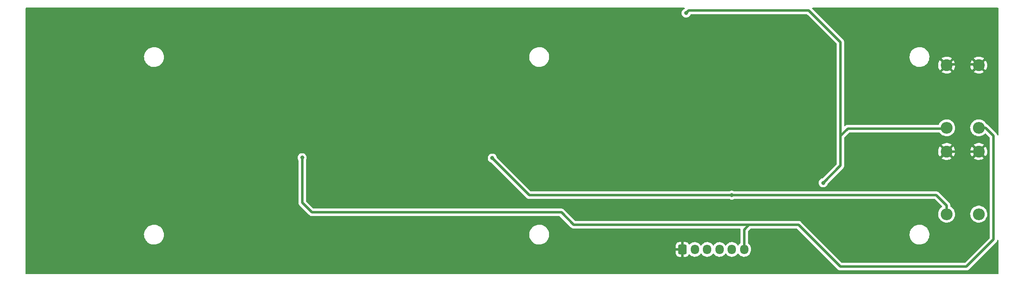
<source format=gbr>
%TF.GenerationSoftware,KiCad,Pcbnew,(6.0.4)*%
%TF.CreationDate,2022-08-01T15:43:08+02:00*%
%TF.ProjectId,MHS_Mobile_Hardware_Sampler_FSR_PCB,4d48535f-4d6f-4626-996c-655f48617264,rev?*%
%TF.SameCoordinates,Original*%
%TF.FileFunction,Copper,L2,Bot*%
%TF.FilePolarity,Positive*%
%FSLAX46Y46*%
G04 Gerber Fmt 4.6, Leading zero omitted, Abs format (unit mm)*
G04 Created by KiCad (PCBNEW (6.0.4)) date 2022-08-01 15:43:08*
%MOMM*%
%LPD*%
G01*
G04 APERTURE LIST*
G04 Aperture macros list*
%AMRoundRect*
0 Rectangle with rounded corners*
0 $1 Rounding radius*
0 $2 $3 $4 $5 $6 $7 $8 $9 X,Y pos of 4 corners*
0 Add a 4 corners polygon primitive as box body*
4,1,4,$2,$3,$4,$5,$6,$7,$8,$9,$2,$3,0*
0 Add four circle primitives for the rounded corners*
1,1,$1+$1,$2,$3*
1,1,$1+$1,$4,$5*
1,1,$1+$1,$6,$7*
1,1,$1+$1,$8,$9*
0 Add four rect primitives between the rounded corners*
20,1,$1+$1,$2,$3,$4,$5,0*
20,1,$1+$1,$4,$5,$6,$7,0*
20,1,$1+$1,$6,$7,$8,$9,0*
20,1,$1+$1,$8,$9,$2,$3,0*%
G04 Aperture macros list end*
%TA.AperFunction,ComponentPad*%
%ADD10O,2.400000X2.400000*%
%TD*%
%TA.AperFunction,ComponentPad*%
%ADD11C,2.400000*%
%TD*%
%TA.AperFunction,ComponentPad*%
%ADD12O,1.700000X1.950000*%
%TD*%
%TA.AperFunction,ComponentPad*%
%ADD13RoundRect,0.250000X-0.600000X-0.725000X0.600000X-0.725000X0.600000X0.725000X-0.600000X0.725000X0*%
%TD*%
%TA.AperFunction,ViaPad*%
%ADD14C,0.800000*%
%TD*%
%TA.AperFunction,Conductor*%
%ADD15C,0.500000*%
%TD*%
G04 APERTURE END LIST*
D10*
%TO.P,R4,2*%
%TO.N,Net-(H14-Pad1)*%
X210500000Y-148850000D03*
D11*
%TO.P,R4,1*%
%TO.N,GND*%
X210500000Y-136150000D03*
%TD*%
D10*
%TO.P,R1,2*%
%TO.N,Net-(H13-Pad1)*%
X204000000Y-131350000D03*
D11*
%TO.P,R1,1*%
%TO.N,GND*%
X204000000Y-118650000D03*
%TD*%
D12*
%TO.P,J?3=FSR4;6=FSR1,6,6*%
%TO.N,Net-(H11-Pad1)*%
X163000000Y-156000000D03*
%TO.P,J?3=FSR4;6=FSR1,5,5*%
%TO.N,Net-(H12-Pad1)*%
X160500000Y-156000000D03*
%TO.P,J?3=FSR4;6=FSR1,4,4*%
%TO.N,Net-(H13-Pad1)*%
X158000000Y-156000000D03*
%TO.P,J?3=FSR4;6=FSR1,3,3*%
%TO.N,Net-(H14-Pad1)*%
X155500000Y-156000000D03*
%TO.P,J?3=FSR4;6=FSR1,2,2*%
%TO.N,Net-(H5V1-Pad1)*%
X153000000Y-156000000D03*
D13*
%TO.P,J?3=FSR4;6=FSR1,1,1*%
%TO.N,GND*%
X150500000Y-156000000D03*
%TD*%
D10*
%TO.P,R3,2*%
%TO.N,Net-(H12-Pad1)*%
X204000000Y-148850000D03*
D11*
%TO.P,R3,1*%
%TO.N,GND*%
X204000000Y-136150000D03*
%TD*%
D10*
%TO.P,R2,2*%
%TO.N,Net-(H11-Pad1)*%
X210500000Y-131350000D03*
D11*
%TO.P,R2,1*%
%TO.N,GND*%
X210500000Y-118650000D03*
%TD*%
D14*
%TO.N,GND*%
X150500000Y-149000000D03*
%TO.N,Net-(H11-Pad1)*%
X73500000Y-137400000D03*
%TO.N,Net-(H12-Pad1)*%
X160500000Y-145000000D03*
X112000000Y-137500000D03*
%TO.N,Net-(H13-Pad1)*%
X151250000Y-108100000D03*
X179000000Y-142500000D03*
%TD*%
D15*
%TO.N,GND*%
X207000000Y-136000000D02*
X206850000Y-136150000D01*
X206850000Y-136150000D02*
X204000000Y-136150000D01*
X207000000Y-118500000D02*
X210490000Y-118500000D01*
X206850000Y-136150000D02*
X210500000Y-136150000D01*
X207000000Y-157500000D02*
X194000000Y-157500000D01*
X203990000Y-118500000D02*
X207000000Y-118500000D01*
X207000000Y-136000000D02*
X207000000Y-157500000D01*
X185500000Y-149000000D02*
X150500000Y-149000000D01*
X194000000Y-157500000D02*
X185500000Y-149000000D01*
X207000000Y-118500000D02*
X207000000Y-136000000D01*
%TO.N,Net-(H11-Pad1)*%
X213500000Y-154000000D02*
X213500000Y-133000000D01*
X75500000Y-148500000D02*
X73500000Y-146500000D01*
X73500000Y-146500000D02*
X73500000Y-137400000D01*
X182500000Y-159500000D02*
X208000000Y-159500000D01*
X163000000Y-152000000D02*
X163000000Y-156000000D01*
X174000000Y-151000000D02*
X182500000Y-159500000D01*
X211850000Y-131350000D02*
X210500000Y-131350000D01*
X208000000Y-159500000D02*
X213500000Y-154000000D01*
X163000000Y-151000000D02*
X164000000Y-151000000D01*
X163000000Y-151000000D02*
X174000000Y-151000000D01*
X163000000Y-151000000D02*
X128500000Y-151000000D01*
X213500000Y-133000000D02*
X211850000Y-131350000D01*
X128500000Y-151000000D02*
X126000000Y-148500000D01*
X126000000Y-148500000D02*
X75500000Y-148500000D01*
X164000000Y-151000000D02*
X163000000Y-152000000D01*
%TO.N,Net-(H12-Pad1)*%
X201890000Y-145000000D02*
X204000000Y-147110000D01*
X119500000Y-145000000D02*
X160500000Y-145000000D01*
X204000000Y-147110000D02*
X204000000Y-148850000D01*
X112000000Y-137500000D02*
X119500000Y-145000000D01*
X160500000Y-145000000D02*
X201890000Y-145000000D01*
%TO.N,Net-(H13-Pad1)*%
X176100000Y-107600000D02*
X151750000Y-107600000D01*
X182500000Y-133000000D02*
X184000000Y-131500000D01*
X203850000Y-131500000D02*
X204000000Y-131350000D01*
X182500000Y-133000000D02*
X182500000Y-114000000D01*
X182500000Y-114000000D02*
X176100000Y-107600000D01*
X182500000Y-133000000D02*
X182500000Y-139000000D01*
X182500000Y-139000000D02*
X179000000Y-142500000D01*
X151750000Y-107600000D02*
X151250000Y-108100000D01*
X184000000Y-131500000D02*
X203850000Y-131500000D01*
%TD*%
%TA.AperFunction,Conductor*%
%TO.N,GND*%
G36*
X150943254Y-107028502D02*
G01*
X150989747Y-107082158D01*
X150999851Y-107152432D01*
X150970357Y-107217012D01*
X150926382Y-107249607D01*
X150799278Y-107306197D01*
X150799276Y-107306198D01*
X150793248Y-107308882D01*
X150638747Y-107421134D01*
X150510960Y-107563056D01*
X150415473Y-107728444D01*
X150356458Y-107910072D01*
X150336496Y-108100000D01*
X150356458Y-108289928D01*
X150415473Y-108471556D01*
X150510960Y-108636944D01*
X150638747Y-108778866D01*
X150793248Y-108891118D01*
X150799276Y-108893802D01*
X150799278Y-108893803D01*
X150961681Y-108966109D01*
X150967712Y-108968794D01*
X151061112Y-108988647D01*
X151148056Y-109007128D01*
X151148061Y-109007128D01*
X151154513Y-109008500D01*
X151345487Y-109008500D01*
X151351939Y-109007128D01*
X151351944Y-109007128D01*
X151438888Y-108988647D01*
X151532288Y-108968794D01*
X151538319Y-108966109D01*
X151700722Y-108893803D01*
X151700724Y-108893802D01*
X151706752Y-108891118D01*
X151861253Y-108778866D01*
X151989040Y-108636944D01*
X152084527Y-108471556D01*
X152092973Y-108445562D01*
X152133044Y-108386959D01*
X152198441Y-108359321D01*
X152212805Y-108358500D01*
X175733629Y-108358500D01*
X175801750Y-108378502D01*
X175822724Y-108395405D01*
X181704595Y-114277276D01*
X181738621Y-114339588D01*
X181741500Y-114366371D01*
X181741500Y-132912059D01*
X181741001Y-132923260D01*
X181740850Y-132924950D01*
X181739360Y-132932115D01*
X181740416Y-132971138D01*
X181741454Y-133009521D01*
X181741500Y-133012928D01*
X181741500Y-138633629D01*
X181721498Y-138701750D01*
X181704595Y-138722724D01*
X178843669Y-141583650D01*
X178780772Y-141617801D01*
X178724176Y-141629831D01*
X178724167Y-141629834D01*
X178717712Y-141631206D01*
X178711682Y-141633891D01*
X178711681Y-141633891D01*
X178549278Y-141706197D01*
X178549276Y-141706198D01*
X178543248Y-141708882D01*
X178388747Y-141821134D01*
X178260960Y-141963056D01*
X178165473Y-142128444D01*
X178106458Y-142310072D01*
X178086496Y-142500000D01*
X178106458Y-142689928D01*
X178165473Y-142871556D01*
X178260960Y-143036944D01*
X178388747Y-143178866D01*
X178543248Y-143291118D01*
X178549276Y-143293802D01*
X178549278Y-143293803D01*
X178711681Y-143366109D01*
X178717712Y-143368794D01*
X178811112Y-143388647D01*
X178898056Y-143407128D01*
X178898061Y-143407128D01*
X178904513Y-143408500D01*
X179095487Y-143408500D01*
X179101939Y-143407128D01*
X179101944Y-143407128D01*
X179188888Y-143388647D01*
X179282288Y-143368794D01*
X179288319Y-143366109D01*
X179450722Y-143293803D01*
X179450724Y-143293802D01*
X179456752Y-143291118D01*
X179611253Y-143178866D01*
X179739040Y-143036944D01*
X179834527Y-142871556D01*
X179889387Y-142702714D01*
X179920125Y-142652556D01*
X182988911Y-139583770D01*
X183003323Y-139571384D01*
X183014918Y-139562851D01*
X183014923Y-139562846D01*
X183020818Y-139558508D01*
X183025557Y-139552930D01*
X183025560Y-139552927D01*
X183055035Y-139518232D01*
X183061965Y-139510716D01*
X183067660Y-139505021D01*
X183085281Y-139482749D01*
X183088072Y-139479345D01*
X183130591Y-139429297D01*
X183130592Y-139429295D01*
X183135333Y-139423715D01*
X183138661Y-139417199D01*
X183142020Y-139412162D01*
X183145194Y-139407023D01*
X183149734Y-139401284D01*
X183180636Y-139335163D01*
X183182569Y-139331209D01*
X183186239Y-139324021D01*
X183215769Y-139266192D01*
X183217510Y-139259076D01*
X183219604Y-139253446D01*
X183221523Y-139247679D01*
X183224621Y-139241050D01*
X183239483Y-139169600D01*
X183240453Y-139165315D01*
X183256473Y-139099844D01*
X183257808Y-139094390D01*
X183258500Y-139083236D01*
X183258536Y-139083238D01*
X183258775Y-139079248D01*
X183259150Y-139075050D01*
X183260640Y-139067885D01*
X183258546Y-138990479D01*
X183258500Y-138987072D01*
X183258500Y-137523359D01*
X202991386Y-137523359D01*
X203000099Y-137534879D01*
X203088586Y-137599760D01*
X203096505Y-137604708D01*
X203312877Y-137718547D01*
X203321451Y-137722275D01*
X203552282Y-137802885D01*
X203561291Y-137805299D01*
X203801518Y-137850908D01*
X203810775Y-137851962D01*
X204055107Y-137861563D01*
X204064420Y-137861237D01*
X204307478Y-137834618D01*
X204316655Y-137832917D01*
X204553107Y-137770665D01*
X204561926Y-137767628D01*
X204786584Y-137671107D01*
X204794856Y-137666800D01*
X205002777Y-137538135D01*
X205004620Y-137536796D01*
X205012038Y-137525541D01*
X205010760Y-137523359D01*
X209491386Y-137523359D01*
X209500099Y-137534879D01*
X209588586Y-137599760D01*
X209596505Y-137604708D01*
X209812877Y-137718547D01*
X209821451Y-137722275D01*
X210052282Y-137802885D01*
X210061291Y-137805299D01*
X210301518Y-137850908D01*
X210310775Y-137851962D01*
X210555107Y-137861563D01*
X210564420Y-137861237D01*
X210807478Y-137834618D01*
X210816655Y-137832917D01*
X211053107Y-137770665D01*
X211061926Y-137767628D01*
X211286584Y-137671107D01*
X211294856Y-137666800D01*
X211502777Y-137538135D01*
X211504620Y-137536796D01*
X211512038Y-137525541D01*
X211505974Y-137515184D01*
X210512812Y-136522022D01*
X210498868Y-136514408D01*
X210497035Y-136514539D01*
X210490420Y-136518790D01*
X209498044Y-137511166D01*
X209491386Y-137523359D01*
X205010760Y-137523359D01*
X205005974Y-137515184D01*
X204012812Y-136522022D01*
X203998868Y-136514408D01*
X203997035Y-136514539D01*
X203990420Y-136518790D01*
X202998044Y-137511166D01*
X202991386Y-137523359D01*
X183258500Y-137523359D01*
X183258500Y-136109835D01*
X202288022Y-136109835D01*
X202299754Y-136354064D01*
X202300891Y-136363324D01*
X202348593Y-136603143D01*
X202351082Y-136612118D01*
X202433708Y-136842250D01*
X202437505Y-136850778D01*
X202553234Y-137066160D01*
X202558245Y-137074027D01*
X202615173Y-137150263D01*
X202626431Y-137158712D01*
X202638850Y-137151940D01*
X203627978Y-136162812D01*
X203634356Y-136151132D01*
X204364408Y-136151132D01*
X204364539Y-136152965D01*
X204368790Y-136159580D01*
X205363732Y-137154522D01*
X205376112Y-137161282D01*
X205384453Y-137155038D01*
X205502700Y-136971202D01*
X205507147Y-136963011D01*
X205607572Y-136740076D01*
X205610767Y-136731298D01*
X205677135Y-136495973D01*
X205678993Y-136486844D01*
X205710044Y-136242770D01*
X205710525Y-136236483D01*
X205712706Y-136153160D01*
X205712555Y-136146851D01*
X205709804Y-136109835D01*
X208788022Y-136109835D01*
X208799754Y-136354064D01*
X208800891Y-136363324D01*
X208848593Y-136603143D01*
X208851082Y-136612118D01*
X208933708Y-136842250D01*
X208937505Y-136850778D01*
X209053234Y-137066160D01*
X209058245Y-137074027D01*
X209115173Y-137150263D01*
X209126431Y-137158712D01*
X209138850Y-137151940D01*
X210127978Y-136162812D01*
X210134356Y-136151132D01*
X210864408Y-136151132D01*
X210864539Y-136152965D01*
X210868790Y-136159580D01*
X211863732Y-137154522D01*
X211876112Y-137161282D01*
X211884453Y-137155038D01*
X212002700Y-136971202D01*
X212007147Y-136963011D01*
X212107572Y-136740076D01*
X212110767Y-136731298D01*
X212177135Y-136495973D01*
X212178993Y-136486844D01*
X212210044Y-136242770D01*
X212210525Y-136236483D01*
X212212706Y-136153160D01*
X212212555Y-136146851D01*
X212194321Y-135901486D01*
X212192944Y-135892280D01*
X212138979Y-135653786D01*
X212136255Y-135644875D01*
X212047633Y-135416983D01*
X212043619Y-135408567D01*
X211922284Y-135196276D01*
X211917074Y-135188553D01*
X211885787Y-135148865D01*
X211873863Y-135140395D01*
X211862328Y-135146882D01*
X210872022Y-136137188D01*
X210864408Y-136151132D01*
X210134356Y-136151132D01*
X210135592Y-136148868D01*
X210135461Y-136147035D01*
X210131210Y-136140420D01*
X209136828Y-135146038D01*
X209123520Y-135138771D01*
X209113481Y-135145893D01*
X209108581Y-135151784D01*
X209103168Y-135159373D01*
X208976322Y-135368409D01*
X208972084Y-135376726D01*
X208877529Y-135602214D01*
X208874572Y-135611052D01*
X208814384Y-135848042D01*
X208812763Y-135857232D01*
X208788267Y-136100510D01*
X208788022Y-136109835D01*
X205709804Y-136109835D01*
X205694321Y-135901486D01*
X205692944Y-135892280D01*
X205638979Y-135653786D01*
X205636255Y-135644875D01*
X205547633Y-135416983D01*
X205543619Y-135408567D01*
X205422284Y-135196276D01*
X205417074Y-135188553D01*
X205385787Y-135148865D01*
X205373863Y-135140395D01*
X205362328Y-135146882D01*
X204372022Y-136137188D01*
X204364408Y-136151132D01*
X203634356Y-136151132D01*
X203635592Y-136148868D01*
X203635461Y-136147035D01*
X203631210Y-136140420D01*
X202636828Y-135146038D01*
X202623520Y-135138771D01*
X202613481Y-135145893D01*
X202608581Y-135151784D01*
X202603168Y-135159373D01*
X202476322Y-135368409D01*
X202472084Y-135376726D01*
X202377529Y-135602214D01*
X202374572Y-135611052D01*
X202314384Y-135848042D01*
X202312763Y-135857232D01*
X202288267Y-136100510D01*
X202288022Y-136109835D01*
X183258500Y-136109835D01*
X183258500Y-134774917D01*
X202989330Y-134774917D01*
X202993903Y-134784693D01*
X203987188Y-135777978D01*
X204001132Y-135785592D01*
X204002965Y-135785461D01*
X204009580Y-135781210D01*
X205002488Y-134788302D01*
X205008872Y-134776612D01*
X205007555Y-134774917D01*
X209489330Y-134774917D01*
X209493903Y-134784693D01*
X210487188Y-135777978D01*
X210501132Y-135785592D01*
X210502965Y-135785461D01*
X210509580Y-135781210D01*
X211502488Y-134788302D01*
X211508872Y-134776612D01*
X211499460Y-134764502D01*
X211373144Y-134676873D01*
X211365116Y-134672145D01*
X211145810Y-134563995D01*
X211137177Y-134560507D01*
X210904288Y-134485958D01*
X210895238Y-134483785D01*
X210653891Y-134444480D01*
X210644602Y-134443668D01*
X210400114Y-134440467D01*
X210390803Y-134441037D01*
X210148522Y-134474010D01*
X210139403Y-134475948D01*
X209904668Y-134544367D01*
X209895915Y-134547639D01*
X209673869Y-134650004D01*
X209665714Y-134654524D01*
X209498468Y-134764175D01*
X209489330Y-134774917D01*
X205007555Y-134774917D01*
X204999460Y-134764502D01*
X204873144Y-134676873D01*
X204865116Y-134672145D01*
X204645810Y-134563995D01*
X204637177Y-134560507D01*
X204404288Y-134485958D01*
X204395238Y-134483785D01*
X204153891Y-134444480D01*
X204144602Y-134443668D01*
X203900114Y-134440467D01*
X203890803Y-134441037D01*
X203648522Y-134474010D01*
X203639403Y-134475948D01*
X203404668Y-134544367D01*
X203395915Y-134547639D01*
X203173869Y-134650004D01*
X203165714Y-134654524D01*
X202998468Y-134764175D01*
X202989330Y-134774917D01*
X183258500Y-134774917D01*
X183258500Y-133366371D01*
X183278502Y-133298250D01*
X183295405Y-133277276D01*
X184277276Y-132295405D01*
X184339588Y-132261379D01*
X184366371Y-132258500D01*
X202482861Y-132258500D01*
X202550982Y-132278502D01*
X202583819Y-132309111D01*
X202704171Y-132470282D01*
X202704176Y-132470288D01*
X202706963Y-132474020D01*
X202710272Y-132477300D01*
X202710277Y-132477306D01*
X202829200Y-132595195D01*
X202887307Y-132652797D01*
X202891069Y-132655555D01*
X202891072Y-132655558D01*
X202936769Y-132689064D01*
X203092094Y-132802953D01*
X203096229Y-132805129D01*
X203096233Y-132805131D01*
X203182205Y-132850363D01*
X203316827Y-132921191D01*
X203556568Y-133004912D01*
X203806050Y-133052278D01*
X203926532Y-133057011D01*
X204055125Y-133062064D01*
X204055130Y-133062064D01*
X204059793Y-133062247D01*
X204158774Y-133051407D01*
X204307569Y-133035112D01*
X204307575Y-133035111D01*
X204312222Y-133034602D01*
X204407486Y-133009521D01*
X204553273Y-132971138D01*
X204557793Y-132969948D01*
X204691855Y-132912351D01*
X204786807Y-132871557D01*
X204786810Y-132871555D01*
X204791110Y-132869708D01*
X204795090Y-132867245D01*
X204795094Y-132867243D01*
X205003064Y-132738547D01*
X205003066Y-132738545D01*
X205007047Y-132736082D01*
X205105428Y-132652797D01*
X205197289Y-132575031D01*
X205197291Y-132575029D01*
X205200862Y-132572006D01*
X205368295Y-132381084D01*
X205505669Y-132167512D01*
X205609967Y-131935980D01*
X205678896Y-131691575D01*
X205710943Y-131439667D01*
X205713291Y-131350000D01*
X205694472Y-131096759D01*
X205638428Y-130849082D01*
X205632984Y-130835082D01*
X205548084Y-130616762D01*
X205548083Y-130616760D01*
X205546391Y-130612409D01*
X205544073Y-130608353D01*
X205422702Y-130395997D01*
X205422700Y-130395995D01*
X205420383Y-130391940D01*
X205263171Y-130192517D01*
X205078209Y-130018523D01*
X205034483Y-129988189D01*
X204873393Y-129876437D01*
X204873390Y-129876435D01*
X204869561Y-129873779D01*
X204865384Y-129871719D01*
X204865377Y-129871715D01*
X204645996Y-129763528D01*
X204645992Y-129763527D01*
X204641810Y-129761464D01*
X204399960Y-129684047D01*
X204395355Y-129683297D01*
X204153935Y-129643980D01*
X204153934Y-129643980D01*
X204149323Y-129643229D01*
X204022364Y-129641567D01*
X203900083Y-129639966D01*
X203900080Y-129639966D01*
X203895406Y-129639905D01*
X203643787Y-129674149D01*
X203399993Y-129745208D01*
X203169380Y-129851522D01*
X203165471Y-129854085D01*
X202960928Y-129988189D01*
X202960923Y-129988193D01*
X202957015Y-129990755D01*
X202767562Y-130159848D01*
X202605183Y-130355087D01*
X202473447Y-130572182D01*
X202471638Y-130576497D01*
X202471635Y-130576502D01*
X202434850Y-130664225D01*
X202390062Y-130719311D01*
X202318653Y-130741500D01*
X184067063Y-130741500D01*
X184048114Y-130740067D01*
X184047907Y-130740036D01*
X184026651Y-130736802D01*
X184019359Y-130737395D01*
X184019356Y-130737395D01*
X183973991Y-130741085D01*
X183963777Y-130741500D01*
X183955707Y-130741500D01*
X183952087Y-130741922D01*
X183952069Y-130741923D01*
X183927461Y-130744792D01*
X183923100Y-130745224D01*
X183897981Y-130747267D01*
X183857661Y-130750546D01*
X183857658Y-130750547D01*
X183850363Y-130751140D01*
X183843399Y-130753396D01*
X183837440Y-130754587D01*
X183831585Y-130755971D01*
X183824319Y-130756818D01*
X183755673Y-130781735D01*
X183751545Y-130783152D01*
X183689064Y-130803393D01*
X183689062Y-130803394D01*
X183682101Y-130805649D01*
X183675846Y-130809445D01*
X183670372Y-130811951D01*
X183664942Y-130814670D01*
X183658063Y-130817167D01*
X183597016Y-130857191D01*
X183593327Y-130859518D01*
X183573135Y-130871771D01*
X183535693Y-130894491D01*
X183535688Y-130894495D01*
X183530892Y-130897405D01*
X183522516Y-130904803D01*
X183522493Y-130904777D01*
X183519503Y-130907426D01*
X183516265Y-130910134D01*
X183510148Y-130914144D01*
X183505118Y-130919454D01*
X183475973Y-130950220D01*
X183414604Y-130985918D01*
X183343677Y-130982771D01*
X183285711Y-130941777D01*
X183259110Y-130875952D01*
X183258500Y-130863567D01*
X183258500Y-120023359D01*
X202991386Y-120023359D01*
X203000099Y-120034879D01*
X203088586Y-120099760D01*
X203096505Y-120104708D01*
X203312877Y-120218547D01*
X203321451Y-120222275D01*
X203552282Y-120302885D01*
X203561291Y-120305299D01*
X203801518Y-120350908D01*
X203810775Y-120351962D01*
X204055107Y-120361563D01*
X204064420Y-120361237D01*
X204307478Y-120334618D01*
X204316655Y-120332917D01*
X204553107Y-120270665D01*
X204561926Y-120267628D01*
X204786584Y-120171107D01*
X204794856Y-120166800D01*
X205002777Y-120038135D01*
X205004620Y-120036796D01*
X205012038Y-120025541D01*
X205010760Y-120023359D01*
X209491386Y-120023359D01*
X209500099Y-120034879D01*
X209588586Y-120099760D01*
X209596505Y-120104708D01*
X209812877Y-120218547D01*
X209821451Y-120222275D01*
X210052282Y-120302885D01*
X210061291Y-120305299D01*
X210301518Y-120350908D01*
X210310775Y-120351962D01*
X210555107Y-120361563D01*
X210564420Y-120361237D01*
X210807478Y-120334618D01*
X210816655Y-120332917D01*
X211053107Y-120270665D01*
X211061926Y-120267628D01*
X211286584Y-120171107D01*
X211294856Y-120166800D01*
X211502777Y-120038135D01*
X211504620Y-120036796D01*
X211512038Y-120025541D01*
X211505974Y-120015184D01*
X210512812Y-119022022D01*
X210498868Y-119014408D01*
X210497035Y-119014539D01*
X210490420Y-119018790D01*
X209498044Y-120011166D01*
X209491386Y-120023359D01*
X205010760Y-120023359D01*
X205005974Y-120015184D01*
X204012812Y-119022022D01*
X203998868Y-119014408D01*
X203997035Y-119014539D01*
X203990420Y-119018790D01*
X202998044Y-120011166D01*
X202991386Y-120023359D01*
X183258500Y-120023359D01*
X183258500Y-116929733D01*
X196487822Y-116929733D01*
X196487975Y-116934121D01*
X196487975Y-116934127D01*
X196495672Y-117154524D01*
X196497625Y-117210458D01*
X196498387Y-117214781D01*
X196498388Y-117214788D01*
X196522164Y-117349624D01*
X196546402Y-117487087D01*
X196633203Y-117754235D01*
X196756340Y-118006702D01*
X196758795Y-118010341D01*
X196758798Y-118010347D01*
X196820763Y-118102214D01*
X196913415Y-118239576D01*
X197101371Y-118448322D01*
X197316550Y-118628879D01*
X197554764Y-118777731D01*
X197811375Y-118891982D01*
X198081390Y-118969407D01*
X198085740Y-118970018D01*
X198085743Y-118970019D01*
X198188690Y-118984487D01*
X198359552Y-119008500D01*
X198570146Y-119008500D01*
X198572332Y-119008347D01*
X198572336Y-119008347D01*
X198775827Y-118994118D01*
X198775832Y-118994117D01*
X198780212Y-118993811D01*
X199054970Y-118935409D01*
X199059099Y-118933906D01*
X199059103Y-118933905D01*
X199314781Y-118840846D01*
X199314785Y-118840844D01*
X199318926Y-118839337D01*
X199566942Y-118707464D01*
X199570503Y-118704877D01*
X199701318Y-118609835D01*
X202288022Y-118609835D01*
X202299754Y-118854064D01*
X202300891Y-118863324D01*
X202348593Y-119103143D01*
X202351082Y-119112118D01*
X202433708Y-119342250D01*
X202437505Y-119350778D01*
X202553234Y-119566160D01*
X202558245Y-119574027D01*
X202615173Y-119650263D01*
X202626431Y-119658712D01*
X202638850Y-119651940D01*
X203627978Y-118662812D01*
X203634356Y-118651132D01*
X204364408Y-118651132D01*
X204364539Y-118652965D01*
X204368790Y-118659580D01*
X205363732Y-119654522D01*
X205376112Y-119661282D01*
X205384453Y-119655038D01*
X205502700Y-119471202D01*
X205507147Y-119463011D01*
X205607572Y-119240076D01*
X205610767Y-119231298D01*
X205677135Y-118995973D01*
X205678993Y-118986844D01*
X205710044Y-118742770D01*
X205710525Y-118736483D01*
X205712706Y-118653160D01*
X205712555Y-118646851D01*
X205709804Y-118609835D01*
X208788022Y-118609835D01*
X208799754Y-118854064D01*
X208800891Y-118863324D01*
X208848593Y-119103143D01*
X208851082Y-119112118D01*
X208933708Y-119342250D01*
X208937505Y-119350778D01*
X209053234Y-119566160D01*
X209058245Y-119574027D01*
X209115173Y-119650263D01*
X209126431Y-119658712D01*
X209138850Y-119651940D01*
X210127978Y-118662812D01*
X210134356Y-118651132D01*
X210864408Y-118651132D01*
X210864539Y-118652965D01*
X210868790Y-118659580D01*
X211863732Y-119654522D01*
X211876112Y-119661282D01*
X211884453Y-119655038D01*
X212002700Y-119471202D01*
X212007147Y-119463011D01*
X212107572Y-119240076D01*
X212110767Y-119231298D01*
X212177135Y-118995973D01*
X212178993Y-118986844D01*
X212210044Y-118742770D01*
X212210525Y-118736483D01*
X212212706Y-118653160D01*
X212212555Y-118646851D01*
X212194321Y-118401486D01*
X212192944Y-118392280D01*
X212138979Y-118153786D01*
X212136255Y-118144875D01*
X212047633Y-117916983D01*
X212043619Y-117908567D01*
X211922284Y-117696276D01*
X211917074Y-117688553D01*
X211885787Y-117648865D01*
X211873863Y-117640395D01*
X211862328Y-117646882D01*
X210872022Y-118637188D01*
X210864408Y-118651132D01*
X210134356Y-118651132D01*
X210135592Y-118648868D01*
X210135461Y-118647035D01*
X210131210Y-118640420D01*
X209136828Y-117646038D01*
X209123520Y-117638771D01*
X209113481Y-117645893D01*
X209108581Y-117651784D01*
X209103168Y-117659373D01*
X208976322Y-117868409D01*
X208972084Y-117876726D01*
X208877529Y-118102214D01*
X208874572Y-118111052D01*
X208814384Y-118348042D01*
X208812763Y-118357232D01*
X208788267Y-118600510D01*
X208788022Y-118609835D01*
X205709804Y-118609835D01*
X205694321Y-118401486D01*
X205692944Y-118392280D01*
X205638979Y-118153786D01*
X205636255Y-118144875D01*
X205547633Y-117916983D01*
X205543619Y-117908567D01*
X205422284Y-117696276D01*
X205417074Y-117688553D01*
X205385787Y-117648865D01*
X205373863Y-117640395D01*
X205362328Y-117646882D01*
X204372022Y-118637188D01*
X204364408Y-118651132D01*
X203634356Y-118651132D01*
X203635592Y-118648868D01*
X203635461Y-118647035D01*
X203631210Y-118640420D01*
X202636828Y-117646038D01*
X202623520Y-117638771D01*
X202613481Y-117645893D01*
X202608581Y-117651784D01*
X202603168Y-117659373D01*
X202476322Y-117868409D01*
X202472084Y-117876726D01*
X202377529Y-118102214D01*
X202374572Y-118111052D01*
X202314384Y-118348042D01*
X202312763Y-118357232D01*
X202288267Y-118600510D01*
X202288022Y-118609835D01*
X199701318Y-118609835D01*
X199790629Y-118544947D01*
X199790632Y-118544944D01*
X199794192Y-118542358D01*
X199996252Y-118347231D01*
X200169188Y-118125882D01*
X200171384Y-118122078D01*
X200171389Y-118122071D01*
X200307435Y-117886431D01*
X200309636Y-117882619D01*
X200414862Y-117622176D01*
X200448544Y-117487087D01*
X200481753Y-117353893D01*
X200481754Y-117353888D01*
X200482817Y-117349624D01*
X200489642Y-117284693D01*
X200490669Y-117274917D01*
X202989330Y-117274917D01*
X202993903Y-117284693D01*
X203987188Y-118277978D01*
X204001132Y-118285592D01*
X204002965Y-118285461D01*
X204009580Y-118281210D01*
X205002488Y-117288302D01*
X205008872Y-117276612D01*
X205007555Y-117274917D01*
X209489330Y-117274917D01*
X209493903Y-117284693D01*
X210487188Y-118277978D01*
X210501132Y-118285592D01*
X210502965Y-118285461D01*
X210509580Y-118281210D01*
X211502488Y-117288302D01*
X211508872Y-117276612D01*
X211499460Y-117264502D01*
X211373144Y-117176873D01*
X211365116Y-117172145D01*
X211145810Y-117063995D01*
X211137177Y-117060507D01*
X210904288Y-116985958D01*
X210895238Y-116983785D01*
X210653891Y-116944480D01*
X210644602Y-116943668D01*
X210400114Y-116940467D01*
X210390803Y-116941037D01*
X210148522Y-116974010D01*
X210139403Y-116975948D01*
X209904668Y-117044367D01*
X209895915Y-117047639D01*
X209673869Y-117150004D01*
X209665714Y-117154524D01*
X209498468Y-117264175D01*
X209489330Y-117274917D01*
X205007555Y-117274917D01*
X204999460Y-117264502D01*
X204873144Y-117176873D01*
X204865116Y-117172145D01*
X204645810Y-117063995D01*
X204637177Y-117060507D01*
X204404288Y-116985958D01*
X204395238Y-116983785D01*
X204153891Y-116944480D01*
X204144602Y-116943668D01*
X203900114Y-116940467D01*
X203890803Y-116941037D01*
X203648522Y-116974010D01*
X203639403Y-116975948D01*
X203404668Y-117044367D01*
X203395915Y-117047639D01*
X203173869Y-117150004D01*
X203165714Y-117154524D01*
X202998468Y-117264175D01*
X202989330Y-117274917D01*
X200490669Y-117274917D01*
X200511719Y-117074636D01*
X200511719Y-117074633D01*
X200512178Y-117070267D01*
X200511959Y-117063995D01*
X200502529Y-116793939D01*
X200502528Y-116793933D01*
X200502375Y-116789542D01*
X200478608Y-116654749D01*
X200454360Y-116517236D01*
X200453598Y-116512913D01*
X200366797Y-116245765D01*
X200243660Y-115993298D01*
X200241205Y-115989659D01*
X200241202Y-115989653D01*
X200160935Y-115870653D01*
X200086585Y-115760424D01*
X199898629Y-115551678D01*
X199683450Y-115371121D01*
X199445236Y-115222269D01*
X199188625Y-115108018D01*
X198918610Y-115030593D01*
X198914260Y-115029982D01*
X198914257Y-115029981D01*
X198811310Y-115015513D01*
X198640448Y-114991500D01*
X198429854Y-114991500D01*
X198427668Y-114991653D01*
X198427664Y-114991653D01*
X198224173Y-115005882D01*
X198224168Y-115005883D01*
X198219788Y-115006189D01*
X197945030Y-115064591D01*
X197940901Y-115066094D01*
X197940897Y-115066095D01*
X197685219Y-115159154D01*
X197685215Y-115159156D01*
X197681074Y-115160663D01*
X197433058Y-115292536D01*
X197429499Y-115295122D01*
X197429497Y-115295123D01*
X197324895Y-115371121D01*
X197205808Y-115457642D01*
X197003748Y-115652769D01*
X196830812Y-115874118D01*
X196828616Y-115877922D01*
X196828611Y-115877929D01*
X196714794Y-116075067D01*
X196690364Y-116117381D01*
X196585138Y-116377824D01*
X196584073Y-116382097D01*
X196584072Y-116382099D01*
X196550379Y-116517236D01*
X196517183Y-116650376D01*
X196487822Y-116929733D01*
X183258500Y-116929733D01*
X183258500Y-114067070D01*
X183259933Y-114048120D01*
X183262099Y-114033885D01*
X183262099Y-114033881D01*
X183263199Y-114026651D01*
X183258915Y-113973982D01*
X183258500Y-113963767D01*
X183258500Y-113955707D01*
X183255209Y-113927480D01*
X183254778Y-113923121D01*
X183249453Y-113857660D01*
X183248860Y-113850364D01*
X183246605Y-113843403D01*
X183245418Y-113837463D01*
X183244029Y-113831588D01*
X183243182Y-113824319D01*
X183218264Y-113755670D01*
X183216847Y-113751542D01*
X183196607Y-113689064D01*
X183196606Y-113689062D01*
X183194351Y-113682101D01*
X183190555Y-113675846D01*
X183188049Y-113670372D01*
X183185330Y-113664942D01*
X183182833Y-113658063D01*
X183142814Y-113597024D01*
X183140467Y-113593305D01*
X183102595Y-113530893D01*
X183095197Y-113522516D01*
X183095224Y-113522492D01*
X183092571Y-113519500D01*
X183089868Y-113516267D01*
X183085856Y-113510148D01*
X183029617Y-113456872D01*
X183027175Y-113454494D01*
X176796276Y-107223595D01*
X176762250Y-107161283D01*
X176767315Y-107090468D01*
X176809862Y-107033632D01*
X176876382Y-107008821D01*
X176885371Y-107008500D01*
X214365500Y-107008500D01*
X214433621Y-107028502D01*
X214480114Y-107082158D01*
X214491500Y-107134500D01*
X214491500Y-132797737D01*
X214471498Y-132865858D01*
X214417842Y-132912351D01*
X214347568Y-132922455D01*
X214282988Y-132892961D01*
X214243601Y-132827915D01*
X214243182Y-132824319D01*
X214218265Y-132755673D01*
X214216848Y-132751545D01*
X214196607Y-132689064D01*
X214196606Y-132689062D01*
X214194351Y-132682101D01*
X214190555Y-132675846D01*
X214188049Y-132670372D01*
X214185330Y-132664942D01*
X214182833Y-132658063D01*
X214142809Y-132597016D01*
X214140472Y-132593312D01*
X214105509Y-132535693D01*
X214105505Y-132535688D01*
X214102595Y-132530892D01*
X214095197Y-132522516D01*
X214095223Y-132522493D01*
X214092574Y-132519503D01*
X214089866Y-132516264D01*
X214085856Y-132510148D01*
X214080549Y-132505121D01*
X214080546Y-132505117D01*
X214029617Y-132456872D01*
X214027175Y-132454494D01*
X212433770Y-130861089D01*
X212421384Y-130846677D01*
X212412851Y-130835082D01*
X212412846Y-130835077D01*
X212408508Y-130829182D01*
X212402930Y-130824443D01*
X212402927Y-130824440D01*
X212368232Y-130794965D01*
X212360716Y-130788035D01*
X212355021Y-130782340D01*
X212348880Y-130777482D01*
X212332749Y-130764719D01*
X212329345Y-130761928D01*
X212279297Y-130719409D01*
X212279295Y-130719408D01*
X212273715Y-130714667D01*
X212267199Y-130711339D01*
X212262150Y-130707972D01*
X212257021Y-130704805D01*
X212251284Y-130700266D01*
X212185125Y-130669345D01*
X212181225Y-130667439D01*
X212174931Y-130664225D01*
X212116192Y-130634231D01*
X212109080Y-130632491D01*
X212103458Y-130630400D01*
X212097686Y-130628480D01*
X212091050Y-130625378D01*
X212089473Y-130625050D01*
X212033078Y-130585906D01*
X212021783Y-130569354D01*
X211922702Y-130395997D01*
X211922700Y-130395995D01*
X211920383Y-130391940D01*
X211763171Y-130192517D01*
X211578209Y-130018523D01*
X211534483Y-129988189D01*
X211373393Y-129876437D01*
X211373390Y-129876435D01*
X211369561Y-129873779D01*
X211365384Y-129871719D01*
X211365377Y-129871715D01*
X211145996Y-129763528D01*
X211145992Y-129763527D01*
X211141810Y-129761464D01*
X210899960Y-129684047D01*
X210895355Y-129683297D01*
X210653935Y-129643980D01*
X210653934Y-129643980D01*
X210649323Y-129643229D01*
X210522364Y-129641567D01*
X210400083Y-129639966D01*
X210400080Y-129639966D01*
X210395406Y-129639905D01*
X210143787Y-129674149D01*
X209899993Y-129745208D01*
X209669380Y-129851522D01*
X209665471Y-129854085D01*
X209460928Y-129988189D01*
X209460923Y-129988193D01*
X209457015Y-129990755D01*
X209267562Y-130159848D01*
X209105183Y-130355087D01*
X208973447Y-130572182D01*
X208971638Y-130576496D01*
X208971637Y-130576498D01*
X208885321Y-130782340D01*
X208875246Y-130806365D01*
X208874095Y-130810897D01*
X208874094Y-130810900D01*
X208846525Y-130919454D01*
X208812738Y-131052490D01*
X208787296Y-131305151D01*
X208799480Y-131558798D01*
X208849021Y-131807857D01*
X208850600Y-131812255D01*
X208850602Y-131812262D01*
X208895022Y-131935980D01*
X208934831Y-132046858D01*
X208937048Y-132050984D01*
X209050097Y-132261379D01*
X209055025Y-132270551D01*
X209057820Y-132274294D01*
X209057822Y-132274297D01*
X209204171Y-132470282D01*
X209204176Y-132470288D01*
X209206963Y-132474020D01*
X209210272Y-132477300D01*
X209210277Y-132477306D01*
X209329200Y-132595195D01*
X209387307Y-132652797D01*
X209391069Y-132655555D01*
X209391072Y-132655558D01*
X209436769Y-132689064D01*
X209592094Y-132802953D01*
X209596229Y-132805129D01*
X209596233Y-132805131D01*
X209682205Y-132850363D01*
X209816827Y-132921191D01*
X210056568Y-133004912D01*
X210306050Y-133052278D01*
X210426532Y-133057011D01*
X210555125Y-133062064D01*
X210555130Y-133062064D01*
X210559793Y-133062247D01*
X210658774Y-133051407D01*
X210807569Y-133035112D01*
X210807575Y-133035111D01*
X210812222Y-133034602D01*
X210907486Y-133009521D01*
X211053273Y-132971138D01*
X211057793Y-132969948D01*
X211191855Y-132912351D01*
X211286807Y-132871557D01*
X211286810Y-132871555D01*
X211291110Y-132869708D01*
X211295090Y-132867245D01*
X211295094Y-132867243D01*
X211503064Y-132738547D01*
X211503066Y-132738545D01*
X211507047Y-132736082D01*
X211605428Y-132652797D01*
X211697289Y-132575031D01*
X211697291Y-132575029D01*
X211700862Y-132572006D01*
X211751612Y-132514136D01*
X211811564Y-132476109D01*
X211882559Y-132476531D01*
X211935438Y-132508119D01*
X212704595Y-133277276D01*
X212738621Y-133339588D01*
X212741500Y-133366371D01*
X212741500Y-153633629D01*
X212721498Y-153701750D01*
X212704595Y-153722724D01*
X207722724Y-158704595D01*
X207660412Y-158738621D01*
X207633629Y-158741500D01*
X182866371Y-158741500D01*
X182798250Y-158721498D01*
X182777276Y-158704595D01*
X177002414Y-152929733D01*
X196487822Y-152929733D01*
X196497625Y-153210458D01*
X196498387Y-153214781D01*
X196498388Y-153214788D01*
X196522164Y-153349624D01*
X196546402Y-153487087D01*
X196633203Y-153754235D01*
X196756340Y-154006702D01*
X196758795Y-154010341D01*
X196758798Y-154010347D01*
X196815486Y-154094390D01*
X196913415Y-154239576D01*
X197101371Y-154448322D01*
X197316550Y-154628879D01*
X197554764Y-154777731D01*
X197811375Y-154891982D01*
X197815603Y-154893194D01*
X197815602Y-154893194D01*
X198050429Y-154960529D01*
X198081390Y-154969407D01*
X198085740Y-154970018D01*
X198085743Y-154970019D01*
X198188690Y-154984487D01*
X198359552Y-155008500D01*
X198570146Y-155008500D01*
X198572332Y-155008347D01*
X198572336Y-155008347D01*
X198775827Y-154994118D01*
X198775832Y-154994117D01*
X198780212Y-154993811D01*
X199054970Y-154935409D01*
X199059099Y-154933906D01*
X199059103Y-154933905D01*
X199314781Y-154840846D01*
X199314785Y-154840844D01*
X199318926Y-154839337D01*
X199566942Y-154707464D01*
X199570503Y-154704877D01*
X199790629Y-154544947D01*
X199790632Y-154544944D01*
X199794192Y-154542358D01*
X199801692Y-154535116D01*
X199993087Y-154350287D01*
X199996252Y-154347231D01*
X200169188Y-154125882D01*
X200171384Y-154122078D01*
X200171389Y-154122071D01*
X200307435Y-153886431D01*
X200309636Y-153882619D01*
X200414862Y-153622176D01*
X200448544Y-153487087D01*
X200481753Y-153353893D01*
X200481754Y-153353888D01*
X200482817Y-153349624D01*
X200512178Y-153070267D01*
X200502375Y-152789542D01*
X200478608Y-152654749D01*
X200454360Y-152517236D01*
X200453598Y-152512913D01*
X200366797Y-152245765D01*
X200243660Y-151993298D01*
X200241205Y-151989659D01*
X200241202Y-151989653D01*
X200134970Y-151832158D01*
X200086585Y-151760424D01*
X200083028Y-151756473D01*
X199901566Y-151554940D01*
X199898629Y-151551678D01*
X199683450Y-151371121D01*
X199445236Y-151222269D01*
X199188625Y-151108018D01*
X198918610Y-151030593D01*
X198914260Y-151029982D01*
X198914257Y-151029981D01*
X198811310Y-151015513D01*
X198640448Y-150991500D01*
X198429854Y-150991500D01*
X198427668Y-150991653D01*
X198427664Y-150991653D01*
X198224173Y-151005882D01*
X198224168Y-151005883D01*
X198219788Y-151006189D01*
X197945030Y-151064591D01*
X197940901Y-151066094D01*
X197940897Y-151066095D01*
X197685219Y-151159154D01*
X197685215Y-151159156D01*
X197681074Y-151160663D01*
X197433058Y-151292536D01*
X197429499Y-151295122D01*
X197429497Y-151295123D01*
X197324895Y-151371121D01*
X197205808Y-151457642D01*
X197003748Y-151652769D01*
X196830812Y-151874118D01*
X196828616Y-151877922D01*
X196828611Y-151877929D01*
X196750670Y-152012928D01*
X196690364Y-152117381D01*
X196585138Y-152377824D01*
X196584073Y-152382097D01*
X196584072Y-152382099D01*
X196550379Y-152517236D01*
X196517183Y-152650376D01*
X196487822Y-152929733D01*
X177002414Y-152929733D01*
X174583770Y-150511089D01*
X174571384Y-150496677D01*
X174562851Y-150485082D01*
X174562846Y-150485077D01*
X174558508Y-150479182D01*
X174552930Y-150474443D01*
X174552927Y-150474440D01*
X174518232Y-150444965D01*
X174510716Y-150438035D01*
X174505021Y-150432340D01*
X174490929Y-150421191D01*
X174482749Y-150414719D01*
X174479345Y-150411928D01*
X174429297Y-150369409D01*
X174429295Y-150369408D01*
X174423715Y-150364667D01*
X174417199Y-150361339D01*
X174412150Y-150357972D01*
X174407021Y-150354805D01*
X174401284Y-150350266D01*
X174335125Y-150319345D01*
X174331225Y-150317439D01*
X174266192Y-150284231D01*
X174259084Y-150282492D01*
X174253441Y-150280393D01*
X174247678Y-150278476D01*
X174241050Y-150275378D01*
X174169583Y-150260513D01*
X174165299Y-150259543D01*
X174094390Y-150242192D01*
X174088788Y-150241844D01*
X174088785Y-150241844D01*
X174083236Y-150241500D01*
X174083238Y-150241464D01*
X174079245Y-150241225D01*
X174075053Y-150240851D01*
X174067885Y-150239360D01*
X174004120Y-150241085D01*
X173990479Y-150241454D01*
X173987072Y-150241500D01*
X164067070Y-150241500D01*
X164048120Y-150240067D01*
X164033885Y-150237901D01*
X164033881Y-150237901D01*
X164026651Y-150236801D01*
X164019359Y-150237394D01*
X164019356Y-150237394D01*
X163973982Y-150241085D01*
X163963767Y-150241500D01*
X128866371Y-150241500D01*
X128798250Y-150221498D01*
X128777276Y-150204595D01*
X126583770Y-148011089D01*
X126571384Y-147996677D01*
X126562851Y-147985082D01*
X126562846Y-147985077D01*
X126558508Y-147979182D01*
X126552930Y-147974443D01*
X126552927Y-147974440D01*
X126518232Y-147944965D01*
X126510716Y-147938035D01*
X126505021Y-147932340D01*
X126498880Y-147927482D01*
X126482749Y-147914719D01*
X126479345Y-147911928D01*
X126429297Y-147869409D01*
X126429295Y-147869408D01*
X126423715Y-147864667D01*
X126417199Y-147861339D01*
X126412150Y-147857972D01*
X126407021Y-147854805D01*
X126401284Y-147850266D01*
X126335125Y-147819345D01*
X126331225Y-147817439D01*
X126266192Y-147784231D01*
X126259084Y-147782492D01*
X126253441Y-147780393D01*
X126247678Y-147778476D01*
X126241050Y-147775378D01*
X126169583Y-147760513D01*
X126165299Y-147759543D01*
X126094390Y-147742192D01*
X126088788Y-147741844D01*
X126088785Y-147741844D01*
X126083236Y-147741500D01*
X126083238Y-147741464D01*
X126079245Y-147741225D01*
X126075053Y-147740851D01*
X126067885Y-147739360D01*
X126001675Y-147741151D01*
X125990479Y-147741454D01*
X125987072Y-147741500D01*
X75866371Y-147741500D01*
X75798250Y-147721498D01*
X75777276Y-147704595D01*
X74295405Y-146222724D01*
X74261379Y-146160412D01*
X74258500Y-146133629D01*
X74258500Y-137936999D01*
X74275381Y-137873999D01*
X74276792Y-137871556D01*
X74334527Y-137771556D01*
X74393542Y-137589928D01*
X74402994Y-137500000D01*
X111086496Y-137500000D01*
X111087186Y-137506565D01*
X111096608Y-137596206D01*
X111106458Y-137689928D01*
X111165473Y-137871556D01*
X111260960Y-138036944D01*
X111388747Y-138178866D01*
X111543248Y-138291118D01*
X111549276Y-138293802D01*
X111549278Y-138293803D01*
X111711681Y-138366109D01*
X111717712Y-138368794D01*
X111724167Y-138370166D01*
X111724176Y-138370169D01*
X111780772Y-138382199D01*
X111843669Y-138416350D01*
X118916230Y-145488911D01*
X118928616Y-145503323D01*
X118937149Y-145514918D01*
X118937154Y-145514923D01*
X118941492Y-145520818D01*
X118947070Y-145525557D01*
X118947073Y-145525560D01*
X118981768Y-145555035D01*
X118989284Y-145561965D01*
X118994980Y-145567661D01*
X118997841Y-145569924D01*
X118997846Y-145569929D01*
X119017266Y-145585293D01*
X119020667Y-145588082D01*
X119076285Y-145635333D01*
X119082798Y-145638659D01*
X119087837Y-145642020D01*
X119092979Y-145645196D01*
X119098716Y-145649734D01*
X119164875Y-145680655D01*
X119168769Y-145682558D01*
X119233808Y-145715769D01*
X119240917Y-145717508D01*
X119246551Y-145719604D01*
X119252321Y-145721523D01*
X119258950Y-145724622D01*
X119266113Y-145726112D01*
X119266116Y-145726113D01*
X119316830Y-145736661D01*
X119330435Y-145739491D01*
X119334701Y-145740457D01*
X119405610Y-145757808D01*
X119411212Y-145758156D01*
X119411215Y-145758156D01*
X119416764Y-145758500D01*
X119416762Y-145758535D01*
X119420734Y-145758775D01*
X119424955Y-145759152D01*
X119432115Y-145760641D01*
X119509542Y-145758546D01*
X119512950Y-145758500D01*
X159957413Y-145758500D01*
X160031472Y-145782563D01*
X160037902Y-145787235D01*
X160037909Y-145787239D01*
X160043248Y-145791118D01*
X160049276Y-145793802D01*
X160049278Y-145793803D01*
X160211681Y-145866109D01*
X160217712Y-145868794D01*
X160311112Y-145888647D01*
X160398056Y-145907128D01*
X160398061Y-145907128D01*
X160404513Y-145908500D01*
X160595487Y-145908500D01*
X160601939Y-145907128D01*
X160601944Y-145907128D01*
X160688888Y-145888647D01*
X160782288Y-145868794D01*
X160788319Y-145866109D01*
X160950722Y-145793803D01*
X160950724Y-145793802D01*
X160956752Y-145791118D01*
X160962091Y-145787239D01*
X160962098Y-145787235D01*
X160968528Y-145782563D01*
X161042587Y-145758500D01*
X201523629Y-145758500D01*
X201591750Y-145778502D01*
X201612724Y-145795405D01*
X203059520Y-147242201D01*
X203093546Y-147304513D01*
X203088481Y-147375328D01*
X203045934Y-147432164D01*
X203039515Y-147436665D01*
X202957015Y-147490755D01*
X202767562Y-147659848D01*
X202605183Y-147855087D01*
X202473447Y-148072182D01*
X202375246Y-148306365D01*
X202312738Y-148552490D01*
X202287296Y-148805151D01*
X202299480Y-149058798D01*
X202304748Y-149085281D01*
X202339590Y-149260442D01*
X202349021Y-149307857D01*
X202350600Y-149312255D01*
X202350602Y-149312262D01*
X202395022Y-149435980D01*
X202434831Y-149546858D01*
X202555025Y-149770551D01*
X202557820Y-149774294D01*
X202557822Y-149774297D01*
X202704171Y-149970282D01*
X202704176Y-149970288D01*
X202706963Y-149974020D01*
X202710272Y-149977300D01*
X202710277Y-149977306D01*
X202808859Y-150075031D01*
X202887307Y-150152797D01*
X202891069Y-150155555D01*
X202891072Y-150155558D01*
X203034214Y-150260514D01*
X203092094Y-150302953D01*
X203096229Y-150305129D01*
X203096233Y-150305131D01*
X203209393Y-150364667D01*
X203316827Y-150421191D01*
X203556568Y-150504912D01*
X203806050Y-150552278D01*
X203926532Y-150557011D01*
X204055125Y-150562064D01*
X204055130Y-150562064D01*
X204059793Y-150562247D01*
X204158774Y-150551407D01*
X204307569Y-150535112D01*
X204307575Y-150535111D01*
X204312222Y-150534602D01*
X204421680Y-150505784D01*
X204553273Y-150471138D01*
X204557793Y-150469948D01*
X204689530Y-150413350D01*
X204786807Y-150371557D01*
X204786810Y-150371555D01*
X204791110Y-150369708D01*
X204795090Y-150367245D01*
X204795094Y-150367243D01*
X205003064Y-150238547D01*
X205003066Y-150238545D01*
X205007047Y-150236082D01*
X205010624Y-150233054D01*
X205197289Y-150075031D01*
X205197291Y-150075029D01*
X205200862Y-150072006D01*
X205368295Y-149881084D01*
X205505669Y-149667512D01*
X205609967Y-149435980D01*
X205678896Y-149191575D01*
X205702845Y-149003323D01*
X205710545Y-148942798D01*
X205710545Y-148942792D01*
X205710943Y-148939667D01*
X205713291Y-148850000D01*
X205709958Y-148805151D01*
X208787296Y-148805151D01*
X208799480Y-149058798D01*
X208804748Y-149085281D01*
X208839590Y-149260442D01*
X208849021Y-149307857D01*
X208850600Y-149312255D01*
X208850602Y-149312262D01*
X208895022Y-149435980D01*
X208934831Y-149546858D01*
X209055025Y-149770551D01*
X209057820Y-149774294D01*
X209057822Y-149774297D01*
X209204171Y-149970282D01*
X209204176Y-149970288D01*
X209206963Y-149974020D01*
X209210272Y-149977300D01*
X209210277Y-149977306D01*
X209308859Y-150075031D01*
X209387307Y-150152797D01*
X209391069Y-150155555D01*
X209391072Y-150155558D01*
X209534214Y-150260514D01*
X209592094Y-150302953D01*
X209596229Y-150305129D01*
X209596233Y-150305131D01*
X209709393Y-150364667D01*
X209816827Y-150421191D01*
X210056568Y-150504912D01*
X210306050Y-150552278D01*
X210426532Y-150557011D01*
X210555125Y-150562064D01*
X210555130Y-150562064D01*
X210559793Y-150562247D01*
X210658774Y-150551407D01*
X210807569Y-150535112D01*
X210807575Y-150535111D01*
X210812222Y-150534602D01*
X210921680Y-150505784D01*
X211053273Y-150471138D01*
X211057793Y-150469948D01*
X211189530Y-150413350D01*
X211286807Y-150371557D01*
X211286810Y-150371555D01*
X211291110Y-150369708D01*
X211295090Y-150367245D01*
X211295094Y-150367243D01*
X211503064Y-150238547D01*
X211503066Y-150238545D01*
X211507047Y-150236082D01*
X211510624Y-150233054D01*
X211697289Y-150075031D01*
X211697291Y-150075029D01*
X211700862Y-150072006D01*
X211868295Y-149881084D01*
X212005669Y-149667512D01*
X212109967Y-149435980D01*
X212178896Y-149191575D01*
X212202845Y-149003323D01*
X212210545Y-148942798D01*
X212210545Y-148942792D01*
X212210943Y-148939667D01*
X212213291Y-148850000D01*
X212194472Y-148596759D01*
X212138428Y-148349082D01*
X212046391Y-148112409D01*
X212025866Y-148076498D01*
X211922702Y-147895997D01*
X211922700Y-147895995D01*
X211920383Y-147891940D01*
X211763171Y-147692517D01*
X211578209Y-147518523D01*
X211534483Y-147488189D01*
X211373393Y-147376437D01*
X211373390Y-147376435D01*
X211369561Y-147373779D01*
X211365384Y-147371719D01*
X211365377Y-147371715D01*
X211145996Y-147263528D01*
X211145992Y-147263527D01*
X211141810Y-147261464D01*
X210899960Y-147184047D01*
X210857119Y-147177070D01*
X210653935Y-147143980D01*
X210653934Y-147143980D01*
X210649323Y-147143229D01*
X210522365Y-147141567D01*
X210400083Y-147139966D01*
X210400080Y-147139966D01*
X210395406Y-147139905D01*
X210143787Y-147174149D01*
X209899993Y-147245208D01*
X209669380Y-147351522D01*
X209665471Y-147354085D01*
X209460928Y-147488189D01*
X209460923Y-147488193D01*
X209457015Y-147490755D01*
X209267562Y-147659848D01*
X209105183Y-147855087D01*
X208973447Y-148072182D01*
X208875246Y-148306365D01*
X208812738Y-148552490D01*
X208787296Y-148805151D01*
X205709958Y-148805151D01*
X205694472Y-148596759D01*
X205638428Y-148349082D01*
X205546391Y-148112409D01*
X205525866Y-148076498D01*
X205422702Y-147895997D01*
X205422700Y-147895995D01*
X205420383Y-147891940D01*
X205263171Y-147692517D01*
X205078209Y-147518523D01*
X205034483Y-147488189D01*
X204873393Y-147376437D01*
X204873390Y-147376435D01*
X204869561Y-147373779D01*
X204865376Y-147371715D01*
X204865371Y-147371712D01*
X204828770Y-147353662D01*
X204776522Y-147305593D01*
X204758500Y-147240657D01*
X204758500Y-147177070D01*
X204759933Y-147158120D01*
X204762099Y-147143885D01*
X204762099Y-147143881D01*
X204763199Y-147136651D01*
X204758915Y-147083982D01*
X204758500Y-147073767D01*
X204758500Y-147065707D01*
X204755209Y-147037480D01*
X204754778Y-147033121D01*
X204749454Y-146967662D01*
X204749453Y-146967659D01*
X204748860Y-146960364D01*
X204746604Y-146953400D01*
X204745417Y-146947461D01*
X204744030Y-146941590D01*
X204743182Y-146934319D01*
X204740686Y-146927443D01*
X204740684Y-146927434D01*
X204718275Y-146865702D01*
X204716865Y-146861598D01*
X204694352Y-146792101D01*
X204690556Y-146785846D01*
X204688057Y-146780387D01*
X204685329Y-146774939D01*
X204682833Y-146768063D01*
X204642805Y-146707010D01*
X204640481Y-146703327D01*
X204605500Y-146645680D01*
X204605499Y-146645679D01*
X204602595Y-146640893D01*
X204595198Y-146632517D01*
X204595225Y-146632493D01*
X204592570Y-146629499D01*
X204589868Y-146626268D01*
X204585856Y-146620148D01*
X204529617Y-146566872D01*
X204527175Y-146564494D01*
X202473770Y-144511089D01*
X202461384Y-144496677D01*
X202452851Y-144485082D01*
X202452846Y-144485077D01*
X202448508Y-144479182D01*
X202442930Y-144474443D01*
X202442927Y-144474440D01*
X202408232Y-144444965D01*
X202400716Y-144438035D01*
X202395021Y-144432340D01*
X202388880Y-144427482D01*
X202372749Y-144414719D01*
X202369345Y-144411928D01*
X202319297Y-144369409D01*
X202319295Y-144369408D01*
X202313715Y-144364667D01*
X202307199Y-144361339D01*
X202302150Y-144357972D01*
X202297021Y-144354805D01*
X202291284Y-144350266D01*
X202225125Y-144319345D01*
X202221225Y-144317439D01*
X202156192Y-144284231D01*
X202149084Y-144282492D01*
X202143441Y-144280393D01*
X202137678Y-144278476D01*
X202131050Y-144275378D01*
X202059583Y-144260513D01*
X202055299Y-144259543D01*
X201984390Y-144242192D01*
X201978788Y-144241844D01*
X201978785Y-144241844D01*
X201973236Y-144241500D01*
X201973238Y-144241464D01*
X201969245Y-144241225D01*
X201965053Y-144240851D01*
X201957885Y-144239360D01*
X201891675Y-144241151D01*
X201880479Y-144241454D01*
X201877072Y-144241500D01*
X161042587Y-144241500D01*
X160968528Y-144217437D01*
X160962098Y-144212765D01*
X160962091Y-144212761D01*
X160956752Y-144208882D01*
X160950724Y-144206198D01*
X160950722Y-144206197D01*
X160788319Y-144133891D01*
X160788318Y-144133891D01*
X160782288Y-144131206D01*
X160688888Y-144111353D01*
X160601944Y-144092872D01*
X160601939Y-144092872D01*
X160595487Y-144091500D01*
X160404513Y-144091500D01*
X160398061Y-144092872D01*
X160398056Y-144092872D01*
X160311112Y-144111353D01*
X160217712Y-144131206D01*
X160211682Y-144133891D01*
X160211681Y-144133891D01*
X160049278Y-144206197D01*
X160049276Y-144206198D01*
X160043248Y-144208882D01*
X160037909Y-144212761D01*
X160037902Y-144212765D01*
X160031472Y-144217437D01*
X159957413Y-144241500D01*
X119866371Y-144241500D01*
X119798250Y-144221498D01*
X119777276Y-144204595D01*
X112920125Y-137347444D01*
X112889387Y-137297285D01*
X112836569Y-137134729D01*
X112834527Y-137128444D01*
X112739040Y-136963056D01*
X112611253Y-136821134D01*
X112480375Y-136726045D01*
X112462094Y-136712763D01*
X112462093Y-136712762D01*
X112456752Y-136708882D01*
X112450724Y-136706198D01*
X112450722Y-136706197D01*
X112288319Y-136633891D01*
X112288318Y-136633891D01*
X112282288Y-136631206D01*
X112188887Y-136611353D01*
X112101944Y-136592872D01*
X112101939Y-136592872D01*
X112095487Y-136591500D01*
X111904513Y-136591500D01*
X111898061Y-136592872D01*
X111898056Y-136592872D01*
X111811113Y-136611353D01*
X111717712Y-136631206D01*
X111711682Y-136633891D01*
X111711681Y-136633891D01*
X111549278Y-136706197D01*
X111549276Y-136706198D01*
X111543248Y-136708882D01*
X111537907Y-136712762D01*
X111537906Y-136712763D01*
X111519625Y-136726045D01*
X111388747Y-136821134D01*
X111260960Y-136963056D01*
X111165473Y-137128444D01*
X111106458Y-137310072D01*
X111086496Y-137500000D01*
X74402994Y-137500000D01*
X74413504Y-137400000D01*
X74407980Y-137347444D01*
X74394232Y-137216635D01*
X74394232Y-137216633D01*
X74393542Y-137210072D01*
X74334527Y-137028444D01*
X74239040Y-136863056D01*
X74128309Y-136740076D01*
X74115675Y-136726045D01*
X74115674Y-136726044D01*
X74111253Y-136721134D01*
X73956752Y-136608882D01*
X73950724Y-136606198D01*
X73950722Y-136606197D01*
X73788319Y-136533891D01*
X73788318Y-136533891D01*
X73782288Y-136531206D01*
X73688887Y-136511353D01*
X73601944Y-136492872D01*
X73601939Y-136492872D01*
X73595487Y-136491500D01*
X73404513Y-136491500D01*
X73398061Y-136492872D01*
X73398056Y-136492872D01*
X73311113Y-136511353D01*
X73217712Y-136531206D01*
X73211682Y-136533891D01*
X73211681Y-136533891D01*
X73049278Y-136606197D01*
X73049276Y-136606198D01*
X73043248Y-136608882D01*
X72888747Y-136721134D01*
X72884326Y-136726044D01*
X72884325Y-136726045D01*
X72871692Y-136740076D01*
X72760960Y-136863056D01*
X72665473Y-137028444D01*
X72606458Y-137210072D01*
X72605768Y-137216633D01*
X72605768Y-137216635D01*
X72592020Y-137347444D01*
X72586496Y-137400000D01*
X72606458Y-137589928D01*
X72665473Y-137771556D01*
X72723209Y-137871556D01*
X72724619Y-137873999D01*
X72741500Y-137936999D01*
X72741500Y-146432930D01*
X72740067Y-146451880D01*
X72736801Y-146473349D01*
X72737394Y-146480641D01*
X72737394Y-146480644D01*
X72741085Y-146526018D01*
X72741500Y-146536233D01*
X72741500Y-146544293D01*
X72741925Y-146547937D01*
X72744789Y-146572507D01*
X72745222Y-146576882D01*
X72750429Y-146640893D01*
X72751140Y-146649637D01*
X72753396Y-146656601D01*
X72754587Y-146662560D01*
X72755971Y-146668415D01*
X72756818Y-146675681D01*
X72781735Y-146744327D01*
X72783152Y-146748455D01*
X72797292Y-146792101D01*
X72805649Y-146817899D01*
X72809445Y-146824154D01*
X72811951Y-146829628D01*
X72814670Y-146835058D01*
X72817167Y-146841937D01*
X72821180Y-146848057D01*
X72821180Y-146848058D01*
X72857186Y-146902976D01*
X72859523Y-146906680D01*
X72897405Y-146969107D01*
X72901121Y-146973315D01*
X72901122Y-146973316D01*
X72904803Y-146977484D01*
X72904776Y-146977508D01*
X72907429Y-146980500D01*
X72910132Y-146983733D01*
X72914144Y-146989852D01*
X72919456Y-146994884D01*
X72970383Y-147043128D01*
X72972825Y-147045506D01*
X74916230Y-148988911D01*
X74928616Y-149003323D01*
X74937149Y-149014918D01*
X74937154Y-149014923D01*
X74941492Y-149020818D01*
X74947070Y-149025557D01*
X74947073Y-149025560D01*
X74981768Y-149055035D01*
X74989284Y-149061965D01*
X74994979Y-149067660D01*
X74997861Y-149069940D01*
X75017251Y-149085281D01*
X75020655Y-149088072D01*
X75070703Y-149130591D01*
X75076285Y-149135333D01*
X75082801Y-149138661D01*
X75087850Y-149142028D01*
X75092979Y-149145195D01*
X75098716Y-149149734D01*
X75164875Y-149180655D01*
X75168769Y-149182558D01*
X75233808Y-149215769D01*
X75240916Y-149217508D01*
X75246559Y-149219607D01*
X75252322Y-149221524D01*
X75258950Y-149224622D01*
X75266112Y-149226112D01*
X75266113Y-149226112D01*
X75330412Y-149239486D01*
X75334696Y-149240456D01*
X75405610Y-149257808D01*
X75411212Y-149258156D01*
X75411215Y-149258156D01*
X75416764Y-149258500D01*
X75416762Y-149258536D01*
X75420755Y-149258775D01*
X75424947Y-149259149D01*
X75432115Y-149260640D01*
X75509520Y-149258546D01*
X75512928Y-149258500D01*
X125633629Y-149258500D01*
X125701750Y-149278502D01*
X125722724Y-149295405D01*
X127916230Y-151488911D01*
X127928616Y-151503323D01*
X127937149Y-151514918D01*
X127937154Y-151514923D01*
X127941492Y-151520818D01*
X127947070Y-151525557D01*
X127947073Y-151525560D01*
X127981768Y-151555035D01*
X127989284Y-151561965D01*
X127994979Y-151567660D01*
X127997861Y-151569940D01*
X128017251Y-151585281D01*
X128020655Y-151588072D01*
X128070703Y-151630591D01*
X128076285Y-151635333D01*
X128082801Y-151638661D01*
X128087850Y-151642028D01*
X128092979Y-151645195D01*
X128098716Y-151649734D01*
X128164875Y-151680655D01*
X128168769Y-151682558D01*
X128233808Y-151715769D01*
X128240916Y-151717508D01*
X128246559Y-151719607D01*
X128252322Y-151721524D01*
X128258950Y-151724622D01*
X128266112Y-151726112D01*
X128266113Y-151726112D01*
X128330412Y-151739486D01*
X128334696Y-151740456D01*
X128405610Y-151757808D01*
X128411212Y-151758156D01*
X128411215Y-151758156D01*
X128416764Y-151758500D01*
X128416762Y-151758536D01*
X128420755Y-151758775D01*
X128424947Y-151759149D01*
X128432115Y-151760640D01*
X128509520Y-151758546D01*
X128512928Y-151758500D01*
X162118459Y-151758500D01*
X162186580Y-151778502D01*
X162233073Y-151832158D01*
X162242914Y-151902659D01*
X162242192Y-151905610D01*
X162241500Y-151916764D01*
X162241464Y-151916762D01*
X162241225Y-151920755D01*
X162240851Y-151924947D01*
X162239360Y-151932115D01*
X162239558Y-151939432D01*
X162241454Y-152009521D01*
X162241500Y-152012928D01*
X162241500Y-154677192D01*
X162221498Y-154745313D01*
X162195897Y-154772471D01*
X162196683Y-154773377D01*
X162058606Y-154893194D01*
X162022555Y-154924477D01*
X162019168Y-154928608D01*
X161879760Y-155098627D01*
X161879756Y-155098633D01*
X161876376Y-155102755D01*
X161858448Y-155134250D01*
X161807368Y-155183555D01*
X161737738Y-155197417D01*
X161671667Y-155171434D01*
X161644427Y-155142284D01*
X161565539Y-155025108D01*
X161562559Y-155020681D01*
X161403424Y-154853865D01*
X161218458Y-154716246D01*
X161213707Y-154713830D01*
X161213703Y-154713828D01*
X161051206Y-154631211D01*
X161012949Y-154611760D01*
X161007855Y-154610178D01*
X161007852Y-154610177D01*
X160797871Y-154544976D01*
X160792773Y-154543393D01*
X160784964Y-154542358D01*
X160569511Y-154513802D01*
X160569506Y-154513802D01*
X160564226Y-154513102D01*
X160558897Y-154513302D01*
X160558895Y-154513302D01*
X160460368Y-154517001D01*
X160333842Y-154521751D01*
X160328623Y-154522846D01*
X160308849Y-154526995D01*
X160108209Y-154569093D01*
X160103250Y-154571051D01*
X160103248Y-154571052D01*
X159898744Y-154651815D01*
X159898742Y-154651816D01*
X159893779Y-154653776D01*
X159889220Y-154656543D01*
X159889217Y-154656544D01*
X159790832Y-154716246D01*
X159696683Y-154773377D01*
X159692653Y-154776874D01*
X159558606Y-154893194D01*
X159522555Y-154924477D01*
X159519168Y-154928608D01*
X159379760Y-155098627D01*
X159379756Y-155098633D01*
X159376376Y-155102755D01*
X159358448Y-155134250D01*
X159307368Y-155183555D01*
X159237738Y-155197417D01*
X159171667Y-155171434D01*
X159144427Y-155142284D01*
X159065539Y-155025108D01*
X159062559Y-155020681D01*
X158903424Y-154853865D01*
X158718458Y-154716246D01*
X158713707Y-154713830D01*
X158713703Y-154713828D01*
X158551206Y-154631211D01*
X158512949Y-154611760D01*
X158507855Y-154610178D01*
X158507852Y-154610177D01*
X158297871Y-154544976D01*
X158292773Y-154543393D01*
X158284964Y-154542358D01*
X158069511Y-154513802D01*
X158069506Y-154513802D01*
X158064226Y-154513102D01*
X158058897Y-154513302D01*
X158058895Y-154513302D01*
X157960368Y-154517001D01*
X157833842Y-154521751D01*
X157828623Y-154522846D01*
X157808849Y-154526995D01*
X157608209Y-154569093D01*
X157603250Y-154571051D01*
X157603248Y-154571052D01*
X157398744Y-154651815D01*
X157398742Y-154651816D01*
X157393779Y-154653776D01*
X157389220Y-154656543D01*
X157389217Y-154656544D01*
X157290832Y-154716246D01*
X157196683Y-154773377D01*
X157192653Y-154776874D01*
X157058606Y-154893194D01*
X157022555Y-154924477D01*
X157019168Y-154928608D01*
X156879760Y-155098627D01*
X156879756Y-155098633D01*
X156876376Y-155102755D01*
X156858448Y-155134250D01*
X156807368Y-155183555D01*
X156737738Y-155197417D01*
X156671667Y-155171434D01*
X156644427Y-155142284D01*
X156565539Y-155025108D01*
X156562559Y-155020681D01*
X156403424Y-154853865D01*
X156218458Y-154716246D01*
X156213707Y-154713830D01*
X156213703Y-154713828D01*
X156051206Y-154631211D01*
X156012949Y-154611760D01*
X156007855Y-154610178D01*
X156007852Y-154610177D01*
X155797871Y-154544976D01*
X155792773Y-154543393D01*
X155784964Y-154542358D01*
X155569511Y-154513802D01*
X155569506Y-154513802D01*
X155564226Y-154513102D01*
X155558897Y-154513302D01*
X155558895Y-154513302D01*
X155460368Y-154517001D01*
X155333842Y-154521751D01*
X155328623Y-154522846D01*
X155308849Y-154526995D01*
X155108209Y-154569093D01*
X155103250Y-154571051D01*
X155103248Y-154571052D01*
X154898744Y-154651815D01*
X154898742Y-154651816D01*
X154893779Y-154653776D01*
X154889220Y-154656543D01*
X154889217Y-154656544D01*
X154790832Y-154716246D01*
X154696683Y-154773377D01*
X154692653Y-154776874D01*
X154558606Y-154893194D01*
X154522555Y-154924477D01*
X154519168Y-154928608D01*
X154379760Y-155098627D01*
X154379756Y-155098633D01*
X154376376Y-155102755D01*
X154358448Y-155134250D01*
X154307368Y-155183555D01*
X154237738Y-155197417D01*
X154171667Y-155171434D01*
X154144427Y-155142284D01*
X154065539Y-155025108D01*
X154062559Y-155020681D01*
X153903424Y-154853865D01*
X153718458Y-154716246D01*
X153713707Y-154713830D01*
X153713703Y-154713828D01*
X153551206Y-154631211D01*
X153512949Y-154611760D01*
X153507855Y-154610178D01*
X153507852Y-154610177D01*
X153297871Y-154544976D01*
X153292773Y-154543393D01*
X153284964Y-154542358D01*
X153069511Y-154513802D01*
X153069506Y-154513802D01*
X153064226Y-154513102D01*
X153058897Y-154513302D01*
X153058895Y-154513302D01*
X152960368Y-154517001D01*
X152833842Y-154521751D01*
X152828623Y-154522846D01*
X152808849Y-154526995D01*
X152608209Y-154569093D01*
X152603250Y-154571051D01*
X152603248Y-154571052D01*
X152398744Y-154651815D01*
X152398742Y-154651816D01*
X152393779Y-154653776D01*
X152389220Y-154656543D01*
X152389217Y-154656544D01*
X152290832Y-154716246D01*
X152196683Y-154773377D01*
X152192653Y-154776874D01*
X152058606Y-154893194D01*
X152022555Y-154924477D01*
X152019168Y-154928608D01*
X151992994Y-154960529D01*
X151934334Y-155000524D01*
X151863364Y-155002455D01*
X151802616Y-154965710D01*
X151788416Y-154946941D01*
X151701937Y-154807193D01*
X151692901Y-154795792D01*
X151578171Y-154681261D01*
X151566760Y-154672249D01*
X151428757Y-154587184D01*
X151415576Y-154581037D01*
X151261290Y-154529862D01*
X151247914Y-154526995D01*
X151153562Y-154517328D01*
X151147145Y-154517000D01*
X150772115Y-154517000D01*
X150756876Y-154521475D01*
X150755671Y-154522865D01*
X150754000Y-154530548D01*
X150754000Y-157464884D01*
X150758475Y-157480123D01*
X150759865Y-157481328D01*
X150767548Y-157482999D01*
X151147095Y-157482999D01*
X151153614Y-157482662D01*
X151249206Y-157472743D01*
X151262600Y-157469851D01*
X151416784Y-157418412D01*
X151429962Y-157412239D01*
X151567807Y-157326937D01*
X151579208Y-157317901D01*
X151693739Y-157203171D01*
X151702753Y-157191757D01*
X151788723Y-157052287D01*
X151841495Y-157004793D01*
X151911566Y-156993369D01*
X151976690Y-157021643D01*
X151987149Y-157031426D01*
X152096576Y-157146135D01*
X152281542Y-157283754D01*
X152286293Y-157286170D01*
X152286297Y-157286172D01*
X152348704Y-157317901D01*
X152487051Y-157388240D01*
X152492145Y-157389822D01*
X152492148Y-157389823D01*
X152692020Y-157451885D01*
X152707227Y-157456607D01*
X152712516Y-157457308D01*
X152930489Y-157486198D01*
X152930494Y-157486198D01*
X152935774Y-157486898D01*
X152941103Y-157486698D01*
X152941105Y-157486698D01*
X153050966Y-157482574D01*
X153166158Y-157478249D01*
X153171468Y-157477135D01*
X153386572Y-157432002D01*
X153391791Y-157430907D01*
X153396750Y-157428949D01*
X153396752Y-157428948D01*
X153601256Y-157348185D01*
X153601258Y-157348184D01*
X153606221Y-157346224D01*
X153705184Y-157286172D01*
X153798757Y-157229390D01*
X153798756Y-157229390D01*
X153803317Y-157226623D01*
X153843497Y-157191757D01*
X153973412Y-157079023D01*
X153973414Y-157079021D01*
X153977445Y-157075523D01*
X154044807Y-156993369D01*
X154120240Y-156901373D01*
X154120244Y-156901367D01*
X154123624Y-156897245D01*
X154141552Y-156865750D01*
X154192632Y-156816445D01*
X154262262Y-156802583D01*
X154328333Y-156828566D01*
X154355573Y-156857716D01*
X154437441Y-156979319D01*
X154441120Y-156983176D01*
X154441122Y-156983178D01*
X154497030Y-157041784D01*
X154596576Y-157146135D01*
X154781542Y-157283754D01*
X154786293Y-157286170D01*
X154786297Y-157286172D01*
X154848704Y-157317901D01*
X154987051Y-157388240D01*
X154992145Y-157389822D01*
X154992148Y-157389823D01*
X155192020Y-157451885D01*
X155207227Y-157456607D01*
X155212516Y-157457308D01*
X155430489Y-157486198D01*
X155430494Y-157486198D01*
X155435774Y-157486898D01*
X155441103Y-157486698D01*
X155441105Y-157486698D01*
X155550966Y-157482574D01*
X155666158Y-157478249D01*
X155671468Y-157477135D01*
X155886572Y-157432002D01*
X155891791Y-157430907D01*
X155896750Y-157428949D01*
X155896752Y-157428948D01*
X156101256Y-157348185D01*
X156101258Y-157348184D01*
X156106221Y-157346224D01*
X156205184Y-157286172D01*
X156298757Y-157229390D01*
X156298756Y-157229390D01*
X156303317Y-157226623D01*
X156343497Y-157191757D01*
X156473412Y-157079023D01*
X156473414Y-157079021D01*
X156477445Y-157075523D01*
X156544807Y-156993369D01*
X156620240Y-156901373D01*
X156620244Y-156901367D01*
X156623624Y-156897245D01*
X156641552Y-156865750D01*
X156692632Y-156816445D01*
X156762262Y-156802583D01*
X156828333Y-156828566D01*
X156855573Y-156857716D01*
X156937441Y-156979319D01*
X156941120Y-156983176D01*
X156941122Y-156983178D01*
X156997030Y-157041784D01*
X157096576Y-157146135D01*
X157281542Y-157283754D01*
X157286293Y-157286170D01*
X157286297Y-157286172D01*
X157348704Y-157317901D01*
X157487051Y-157388240D01*
X157492145Y-157389822D01*
X157492148Y-157389823D01*
X157692020Y-157451885D01*
X157707227Y-157456607D01*
X157712516Y-157457308D01*
X157930489Y-157486198D01*
X157930494Y-157486198D01*
X157935774Y-157486898D01*
X157941103Y-157486698D01*
X157941105Y-157486698D01*
X158050966Y-157482574D01*
X158166158Y-157478249D01*
X158171468Y-157477135D01*
X158386572Y-157432002D01*
X158391791Y-157430907D01*
X158396750Y-157428949D01*
X158396752Y-157428948D01*
X158601256Y-157348185D01*
X158601258Y-157348184D01*
X158606221Y-157346224D01*
X158705184Y-157286172D01*
X158798757Y-157229390D01*
X158798756Y-157229390D01*
X158803317Y-157226623D01*
X158843497Y-157191757D01*
X158973412Y-157079023D01*
X158973414Y-157079021D01*
X158977445Y-157075523D01*
X159044807Y-156993369D01*
X159120240Y-156901373D01*
X159120244Y-156901367D01*
X159123624Y-156897245D01*
X159141552Y-156865750D01*
X159192632Y-156816445D01*
X159262262Y-156802583D01*
X159328333Y-156828566D01*
X159355573Y-156857716D01*
X159437441Y-156979319D01*
X159441120Y-156983176D01*
X159441122Y-156983178D01*
X159497030Y-157041784D01*
X159596576Y-157146135D01*
X159781542Y-157283754D01*
X159786293Y-157286170D01*
X159786297Y-157286172D01*
X159848704Y-157317901D01*
X159987051Y-157388240D01*
X159992145Y-157389822D01*
X159992148Y-157389823D01*
X160192020Y-157451885D01*
X160207227Y-157456607D01*
X160212516Y-157457308D01*
X160430489Y-157486198D01*
X160430494Y-157486198D01*
X160435774Y-157486898D01*
X160441103Y-157486698D01*
X160441105Y-157486698D01*
X160550966Y-157482574D01*
X160666158Y-157478249D01*
X160671468Y-157477135D01*
X160886572Y-157432002D01*
X160891791Y-157430907D01*
X160896750Y-157428949D01*
X160896752Y-157428948D01*
X161101256Y-157348185D01*
X161101258Y-157348184D01*
X161106221Y-157346224D01*
X161205184Y-157286172D01*
X161298757Y-157229390D01*
X161298756Y-157229390D01*
X161303317Y-157226623D01*
X161343497Y-157191757D01*
X161473412Y-157079023D01*
X161473414Y-157079021D01*
X161477445Y-157075523D01*
X161544807Y-156993369D01*
X161620240Y-156901373D01*
X161620244Y-156901367D01*
X161623624Y-156897245D01*
X161641552Y-156865750D01*
X161692632Y-156816445D01*
X161762262Y-156802583D01*
X161828333Y-156828566D01*
X161855573Y-156857716D01*
X161937441Y-156979319D01*
X161941120Y-156983176D01*
X161941122Y-156983178D01*
X161997030Y-157041784D01*
X162096576Y-157146135D01*
X162281542Y-157283754D01*
X162286293Y-157286170D01*
X162286297Y-157286172D01*
X162348704Y-157317901D01*
X162487051Y-157388240D01*
X162492145Y-157389822D01*
X162492148Y-157389823D01*
X162692020Y-157451885D01*
X162707227Y-157456607D01*
X162712516Y-157457308D01*
X162930489Y-157486198D01*
X162930494Y-157486198D01*
X162935774Y-157486898D01*
X162941103Y-157486698D01*
X162941105Y-157486698D01*
X163050966Y-157482574D01*
X163166158Y-157478249D01*
X163171468Y-157477135D01*
X163386572Y-157432002D01*
X163391791Y-157430907D01*
X163396750Y-157428949D01*
X163396752Y-157428948D01*
X163601256Y-157348185D01*
X163601258Y-157348184D01*
X163606221Y-157346224D01*
X163705184Y-157286172D01*
X163798757Y-157229390D01*
X163798756Y-157229390D01*
X163803317Y-157226623D01*
X163843497Y-157191757D01*
X163973412Y-157079023D01*
X163973414Y-157079021D01*
X163977445Y-157075523D01*
X164044807Y-156993369D01*
X164120240Y-156901373D01*
X164120244Y-156901367D01*
X164123624Y-156897245D01*
X164129115Y-156887600D01*
X164235032Y-156701529D01*
X164237675Y-156696886D01*
X164316337Y-156480175D01*
X164339023Y-156354720D01*
X164356623Y-156257392D01*
X164356624Y-156257385D01*
X164357361Y-156253308D01*
X164358500Y-156229156D01*
X164358500Y-155817110D01*
X164343920Y-155645280D01*
X164342582Y-155640125D01*
X164342581Y-155640119D01*
X164287343Y-155427297D01*
X164287342Y-155427293D01*
X164286001Y-155422128D01*
X164191312Y-155211925D01*
X164062559Y-155020681D01*
X163903424Y-154853865D01*
X163809287Y-154783824D01*
X163766574Y-154727115D01*
X163758500Y-154682736D01*
X163758500Y-152366371D01*
X163778502Y-152298250D01*
X163795405Y-152277276D01*
X164277276Y-151795405D01*
X164339588Y-151761379D01*
X164366371Y-151758500D01*
X173633629Y-151758500D01*
X173701750Y-151778502D01*
X173722724Y-151795405D01*
X181916230Y-159988911D01*
X181928616Y-160003323D01*
X181937149Y-160014918D01*
X181937154Y-160014923D01*
X181941492Y-160020818D01*
X181947070Y-160025557D01*
X181947073Y-160025560D01*
X181981768Y-160055035D01*
X181989284Y-160061965D01*
X181994979Y-160067660D01*
X181997861Y-160069940D01*
X182017251Y-160085281D01*
X182020655Y-160088072D01*
X182070703Y-160130591D01*
X182076285Y-160135333D01*
X182082801Y-160138661D01*
X182087850Y-160142028D01*
X182092979Y-160145195D01*
X182098716Y-160149734D01*
X182164875Y-160180655D01*
X182168769Y-160182558D01*
X182233808Y-160215769D01*
X182240916Y-160217508D01*
X182246559Y-160219607D01*
X182252322Y-160221524D01*
X182258950Y-160224622D01*
X182266112Y-160226112D01*
X182266113Y-160226112D01*
X182330412Y-160239486D01*
X182334696Y-160240456D01*
X182405610Y-160257808D01*
X182411212Y-160258156D01*
X182411215Y-160258156D01*
X182416764Y-160258500D01*
X182416762Y-160258536D01*
X182420755Y-160258775D01*
X182424947Y-160259149D01*
X182432115Y-160260640D01*
X182509520Y-160258546D01*
X182512928Y-160258500D01*
X207932930Y-160258500D01*
X207951880Y-160259933D01*
X207966115Y-160262099D01*
X207966119Y-160262099D01*
X207973349Y-160263199D01*
X207980641Y-160262606D01*
X207980644Y-160262606D01*
X208026018Y-160258915D01*
X208036233Y-160258500D01*
X208044293Y-160258500D01*
X208061680Y-160256473D01*
X208072507Y-160255211D01*
X208076882Y-160254778D01*
X208142339Y-160249454D01*
X208142342Y-160249453D01*
X208149637Y-160248860D01*
X208156601Y-160246604D01*
X208162560Y-160245413D01*
X208168415Y-160244029D01*
X208175681Y-160243182D01*
X208244327Y-160218265D01*
X208248455Y-160216848D01*
X208310936Y-160196607D01*
X208310938Y-160196606D01*
X208317899Y-160194351D01*
X208324154Y-160190555D01*
X208329628Y-160188049D01*
X208335058Y-160185330D01*
X208341937Y-160182833D01*
X208348058Y-160178820D01*
X208402976Y-160142814D01*
X208406680Y-160140477D01*
X208469107Y-160102595D01*
X208477484Y-160095197D01*
X208477508Y-160095224D01*
X208480500Y-160092571D01*
X208483733Y-160089868D01*
X208489852Y-160085856D01*
X208543128Y-160029617D01*
X208545506Y-160027175D01*
X213988911Y-154583770D01*
X214003323Y-154571384D01*
X214014918Y-154562851D01*
X214014923Y-154562846D01*
X214020818Y-154558508D01*
X214025557Y-154552930D01*
X214025560Y-154552927D01*
X214055035Y-154518232D01*
X214061965Y-154510716D01*
X214067661Y-154505020D01*
X214069924Y-154502159D01*
X214069929Y-154502154D01*
X214085285Y-154482744D01*
X214088074Y-154479342D01*
X214130596Y-154429291D01*
X214130597Y-154429290D01*
X214135333Y-154423715D01*
X214138661Y-154417198D01*
X214142027Y-154412150D01*
X214145190Y-154407028D01*
X214149735Y-154401284D01*
X214180664Y-154335105D01*
X214182563Y-154331221D01*
X214215769Y-154266192D01*
X214217510Y-154259077D01*
X214219613Y-154253422D01*
X214221522Y-154247683D01*
X214224622Y-154241050D01*
X214239491Y-154169565D01*
X214240451Y-154165323D01*
X214243112Y-154154449D01*
X214278732Y-154093037D01*
X214341902Y-154060631D01*
X214412563Y-154067520D01*
X214468282Y-154111519D01*
X214491500Y-154184401D01*
X214491500Y-160865500D01*
X214471498Y-160933621D01*
X214417842Y-160980114D01*
X214365500Y-160991500D01*
X17634500Y-160991500D01*
X17566379Y-160971498D01*
X17519886Y-160917842D01*
X17508500Y-160865500D01*
X17508500Y-156772095D01*
X149142001Y-156772095D01*
X149142338Y-156778614D01*
X149152257Y-156874206D01*
X149155149Y-156887600D01*
X149206588Y-157041784D01*
X149212761Y-157054962D01*
X149298063Y-157192807D01*
X149307099Y-157204208D01*
X149421829Y-157318739D01*
X149433240Y-157327751D01*
X149571243Y-157412816D01*
X149584424Y-157418963D01*
X149738710Y-157470138D01*
X149752086Y-157473005D01*
X149846438Y-157482672D01*
X149852854Y-157483000D01*
X150227885Y-157483000D01*
X150243124Y-157478525D01*
X150244329Y-157477135D01*
X150246000Y-157469452D01*
X150246000Y-156272115D01*
X150241525Y-156256876D01*
X150240135Y-156255671D01*
X150232452Y-156254000D01*
X149160116Y-156254000D01*
X149144877Y-156258475D01*
X149143672Y-156259865D01*
X149142001Y-156267548D01*
X149142001Y-156772095D01*
X17508500Y-156772095D01*
X17508500Y-155727885D01*
X149142000Y-155727885D01*
X149146475Y-155743124D01*
X149147865Y-155744329D01*
X149155548Y-155746000D01*
X150227885Y-155746000D01*
X150243124Y-155741525D01*
X150244329Y-155740135D01*
X150246000Y-155732452D01*
X150246000Y-154535116D01*
X150241525Y-154519877D01*
X150240135Y-154518672D01*
X150232452Y-154517001D01*
X149852905Y-154517001D01*
X149846386Y-154517338D01*
X149750794Y-154527257D01*
X149737400Y-154530149D01*
X149583216Y-154581588D01*
X149570038Y-154587761D01*
X149432193Y-154673063D01*
X149420792Y-154682099D01*
X149306261Y-154796829D01*
X149297249Y-154808240D01*
X149212184Y-154946243D01*
X149206037Y-154959424D01*
X149154862Y-155113710D01*
X149151995Y-155127086D01*
X149142328Y-155221438D01*
X149142000Y-155227855D01*
X149142000Y-155727885D01*
X17508500Y-155727885D01*
X17508500Y-152929733D01*
X41487822Y-152929733D01*
X41497625Y-153210458D01*
X41498387Y-153214781D01*
X41498388Y-153214788D01*
X41522164Y-153349624D01*
X41546402Y-153487087D01*
X41633203Y-153754235D01*
X41756340Y-154006702D01*
X41758795Y-154010341D01*
X41758798Y-154010347D01*
X41815486Y-154094390D01*
X41913415Y-154239576D01*
X42101371Y-154448322D01*
X42316550Y-154628879D01*
X42554764Y-154777731D01*
X42811375Y-154891982D01*
X42815603Y-154893194D01*
X42815602Y-154893194D01*
X43050429Y-154960529D01*
X43081390Y-154969407D01*
X43085740Y-154970018D01*
X43085743Y-154970019D01*
X43188690Y-154984487D01*
X43359552Y-155008500D01*
X43570146Y-155008500D01*
X43572332Y-155008347D01*
X43572336Y-155008347D01*
X43775827Y-154994118D01*
X43775832Y-154994117D01*
X43780212Y-154993811D01*
X44054970Y-154935409D01*
X44059099Y-154933906D01*
X44059103Y-154933905D01*
X44314781Y-154840846D01*
X44314785Y-154840844D01*
X44318926Y-154839337D01*
X44566942Y-154707464D01*
X44570503Y-154704877D01*
X44790629Y-154544947D01*
X44790632Y-154544944D01*
X44794192Y-154542358D01*
X44801692Y-154535116D01*
X44993087Y-154350287D01*
X44996252Y-154347231D01*
X45169188Y-154125882D01*
X45171384Y-154122078D01*
X45171389Y-154122071D01*
X45307435Y-153886431D01*
X45309636Y-153882619D01*
X45414862Y-153622176D01*
X45448544Y-153487087D01*
X45481753Y-153353893D01*
X45481754Y-153353888D01*
X45482817Y-153349624D01*
X45512178Y-153070267D01*
X45507271Y-152929733D01*
X119487822Y-152929733D01*
X119497625Y-153210458D01*
X119498387Y-153214781D01*
X119498388Y-153214788D01*
X119522164Y-153349624D01*
X119546402Y-153487087D01*
X119633203Y-153754235D01*
X119756340Y-154006702D01*
X119758795Y-154010341D01*
X119758798Y-154010347D01*
X119815486Y-154094390D01*
X119913415Y-154239576D01*
X120101371Y-154448322D01*
X120316550Y-154628879D01*
X120554764Y-154777731D01*
X120811375Y-154891982D01*
X120815603Y-154893194D01*
X120815602Y-154893194D01*
X121050429Y-154960529D01*
X121081390Y-154969407D01*
X121085740Y-154970018D01*
X121085743Y-154970019D01*
X121188690Y-154984487D01*
X121359552Y-155008500D01*
X121570146Y-155008500D01*
X121572332Y-155008347D01*
X121572336Y-155008347D01*
X121775827Y-154994118D01*
X121775832Y-154994117D01*
X121780212Y-154993811D01*
X122054970Y-154935409D01*
X122059099Y-154933906D01*
X122059103Y-154933905D01*
X122314781Y-154840846D01*
X122314785Y-154840844D01*
X122318926Y-154839337D01*
X122566942Y-154707464D01*
X122570503Y-154704877D01*
X122790629Y-154544947D01*
X122790632Y-154544944D01*
X122794192Y-154542358D01*
X122801692Y-154535116D01*
X122993087Y-154350287D01*
X122996252Y-154347231D01*
X123169188Y-154125882D01*
X123171384Y-154122078D01*
X123171389Y-154122071D01*
X123307435Y-153886431D01*
X123309636Y-153882619D01*
X123414862Y-153622176D01*
X123448544Y-153487087D01*
X123481753Y-153353893D01*
X123481754Y-153353888D01*
X123482817Y-153349624D01*
X123512178Y-153070267D01*
X123502375Y-152789542D01*
X123478608Y-152654749D01*
X123454360Y-152517236D01*
X123453598Y-152512913D01*
X123366797Y-152245765D01*
X123243660Y-151993298D01*
X123241205Y-151989659D01*
X123241202Y-151989653D01*
X123134970Y-151832158D01*
X123086585Y-151760424D01*
X123083028Y-151756473D01*
X122901566Y-151554940D01*
X122898629Y-151551678D01*
X122683450Y-151371121D01*
X122445236Y-151222269D01*
X122188625Y-151108018D01*
X121918610Y-151030593D01*
X121914260Y-151029982D01*
X121914257Y-151029981D01*
X121811310Y-151015513D01*
X121640448Y-150991500D01*
X121429854Y-150991500D01*
X121427668Y-150991653D01*
X121427664Y-150991653D01*
X121224173Y-151005882D01*
X121224168Y-151005883D01*
X121219788Y-151006189D01*
X120945030Y-151064591D01*
X120940901Y-151066094D01*
X120940897Y-151066095D01*
X120685219Y-151159154D01*
X120685215Y-151159156D01*
X120681074Y-151160663D01*
X120433058Y-151292536D01*
X120429499Y-151295122D01*
X120429497Y-151295123D01*
X120324895Y-151371121D01*
X120205808Y-151457642D01*
X120003748Y-151652769D01*
X119830812Y-151874118D01*
X119828616Y-151877922D01*
X119828611Y-151877929D01*
X119750670Y-152012928D01*
X119690364Y-152117381D01*
X119585138Y-152377824D01*
X119584073Y-152382097D01*
X119584072Y-152382099D01*
X119550379Y-152517236D01*
X119517183Y-152650376D01*
X119487822Y-152929733D01*
X45507271Y-152929733D01*
X45502375Y-152789542D01*
X45478608Y-152654749D01*
X45454360Y-152517236D01*
X45453598Y-152512913D01*
X45366797Y-152245765D01*
X45243660Y-151993298D01*
X45241205Y-151989659D01*
X45241202Y-151989653D01*
X45134970Y-151832158D01*
X45086585Y-151760424D01*
X45083028Y-151756473D01*
X44901566Y-151554940D01*
X44898629Y-151551678D01*
X44683450Y-151371121D01*
X44445236Y-151222269D01*
X44188625Y-151108018D01*
X43918610Y-151030593D01*
X43914260Y-151029982D01*
X43914257Y-151029981D01*
X43811310Y-151015513D01*
X43640448Y-150991500D01*
X43429854Y-150991500D01*
X43427668Y-150991653D01*
X43427664Y-150991653D01*
X43224173Y-151005882D01*
X43224168Y-151005883D01*
X43219788Y-151006189D01*
X42945030Y-151064591D01*
X42940901Y-151066094D01*
X42940897Y-151066095D01*
X42685219Y-151159154D01*
X42685215Y-151159156D01*
X42681074Y-151160663D01*
X42433058Y-151292536D01*
X42429499Y-151295122D01*
X42429497Y-151295123D01*
X42324895Y-151371121D01*
X42205808Y-151457642D01*
X42003748Y-151652769D01*
X41830812Y-151874118D01*
X41828616Y-151877922D01*
X41828611Y-151877929D01*
X41750670Y-152012928D01*
X41690364Y-152117381D01*
X41585138Y-152377824D01*
X41584073Y-152382097D01*
X41584072Y-152382099D01*
X41550379Y-152517236D01*
X41517183Y-152650376D01*
X41487822Y-152929733D01*
X17508500Y-152929733D01*
X17508500Y-116929733D01*
X41487822Y-116929733D01*
X41487975Y-116934121D01*
X41487975Y-116934127D01*
X41495672Y-117154524D01*
X41497625Y-117210458D01*
X41498387Y-117214781D01*
X41498388Y-117214788D01*
X41522164Y-117349624D01*
X41546402Y-117487087D01*
X41633203Y-117754235D01*
X41756340Y-118006702D01*
X41758795Y-118010341D01*
X41758798Y-118010347D01*
X41820763Y-118102214D01*
X41913415Y-118239576D01*
X42101371Y-118448322D01*
X42316550Y-118628879D01*
X42554764Y-118777731D01*
X42811375Y-118891982D01*
X43081390Y-118969407D01*
X43085740Y-118970018D01*
X43085743Y-118970019D01*
X43188690Y-118984487D01*
X43359552Y-119008500D01*
X43570146Y-119008500D01*
X43572332Y-119008347D01*
X43572336Y-119008347D01*
X43775827Y-118994118D01*
X43775832Y-118994117D01*
X43780212Y-118993811D01*
X44054970Y-118935409D01*
X44059099Y-118933906D01*
X44059103Y-118933905D01*
X44314781Y-118840846D01*
X44314785Y-118840844D01*
X44318926Y-118839337D01*
X44566942Y-118707464D01*
X44570503Y-118704877D01*
X44790629Y-118544947D01*
X44790632Y-118544944D01*
X44794192Y-118542358D01*
X44996252Y-118347231D01*
X45169188Y-118125882D01*
X45171384Y-118122078D01*
X45171389Y-118122071D01*
X45307435Y-117886431D01*
X45309636Y-117882619D01*
X45414862Y-117622176D01*
X45448544Y-117487087D01*
X45481753Y-117353893D01*
X45481754Y-117353888D01*
X45482817Y-117349624D01*
X45489642Y-117284693D01*
X45511719Y-117074636D01*
X45511719Y-117074633D01*
X45512178Y-117070267D01*
X45511959Y-117063995D01*
X45507271Y-116929733D01*
X119487822Y-116929733D01*
X119487975Y-116934121D01*
X119487975Y-116934127D01*
X119495672Y-117154524D01*
X119497625Y-117210458D01*
X119498387Y-117214781D01*
X119498388Y-117214788D01*
X119522164Y-117349624D01*
X119546402Y-117487087D01*
X119633203Y-117754235D01*
X119756340Y-118006702D01*
X119758795Y-118010341D01*
X119758798Y-118010347D01*
X119820763Y-118102214D01*
X119913415Y-118239576D01*
X120101371Y-118448322D01*
X120316550Y-118628879D01*
X120554764Y-118777731D01*
X120811375Y-118891982D01*
X121081390Y-118969407D01*
X121085740Y-118970018D01*
X121085743Y-118970019D01*
X121188690Y-118984487D01*
X121359552Y-119008500D01*
X121570146Y-119008500D01*
X121572332Y-119008347D01*
X121572336Y-119008347D01*
X121775827Y-118994118D01*
X121775832Y-118994117D01*
X121780212Y-118993811D01*
X122054970Y-118935409D01*
X122059099Y-118933906D01*
X122059103Y-118933905D01*
X122314781Y-118840846D01*
X122314785Y-118840844D01*
X122318926Y-118839337D01*
X122566942Y-118707464D01*
X122570503Y-118704877D01*
X122790629Y-118544947D01*
X122790632Y-118544944D01*
X122794192Y-118542358D01*
X122996252Y-118347231D01*
X123169188Y-118125882D01*
X123171384Y-118122078D01*
X123171389Y-118122071D01*
X123307435Y-117886431D01*
X123309636Y-117882619D01*
X123414862Y-117622176D01*
X123448544Y-117487087D01*
X123481753Y-117353893D01*
X123481754Y-117353888D01*
X123482817Y-117349624D01*
X123489642Y-117284693D01*
X123511719Y-117074636D01*
X123511719Y-117074633D01*
X123512178Y-117070267D01*
X123511959Y-117063995D01*
X123502529Y-116793939D01*
X123502528Y-116793933D01*
X123502375Y-116789542D01*
X123478608Y-116654749D01*
X123454360Y-116517236D01*
X123453598Y-116512913D01*
X123366797Y-116245765D01*
X123243660Y-115993298D01*
X123241205Y-115989659D01*
X123241202Y-115989653D01*
X123160935Y-115870653D01*
X123086585Y-115760424D01*
X122898629Y-115551678D01*
X122683450Y-115371121D01*
X122445236Y-115222269D01*
X122188625Y-115108018D01*
X121918610Y-115030593D01*
X121914260Y-115029982D01*
X121914257Y-115029981D01*
X121811310Y-115015513D01*
X121640448Y-114991500D01*
X121429854Y-114991500D01*
X121427668Y-114991653D01*
X121427664Y-114991653D01*
X121224173Y-115005882D01*
X121224168Y-115005883D01*
X121219788Y-115006189D01*
X120945030Y-115064591D01*
X120940901Y-115066094D01*
X120940897Y-115066095D01*
X120685219Y-115159154D01*
X120685215Y-115159156D01*
X120681074Y-115160663D01*
X120433058Y-115292536D01*
X120429499Y-115295122D01*
X120429497Y-115295123D01*
X120324895Y-115371121D01*
X120205808Y-115457642D01*
X120003748Y-115652769D01*
X119830812Y-115874118D01*
X119828616Y-115877922D01*
X119828611Y-115877929D01*
X119714794Y-116075067D01*
X119690364Y-116117381D01*
X119585138Y-116377824D01*
X119584073Y-116382097D01*
X119584072Y-116382099D01*
X119550379Y-116517236D01*
X119517183Y-116650376D01*
X119487822Y-116929733D01*
X45507271Y-116929733D01*
X45502529Y-116793939D01*
X45502528Y-116793933D01*
X45502375Y-116789542D01*
X45478608Y-116654749D01*
X45454360Y-116517236D01*
X45453598Y-116512913D01*
X45366797Y-116245765D01*
X45243660Y-115993298D01*
X45241205Y-115989659D01*
X45241202Y-115989653D01*
X45160935Y-115870653D01*
X45086585Y-115760424D01*
X44898629Y-115551678D01*
X44683450Y-115371121D01*
X44445236Y-115222269D01*
X44188625Y-115108018D01*
X43918610Y-115030593D01*
X43914260Y-115029982D01*
X43914257Y-115029981D01*
X43811310Y-115015513D01*
X43640448Y-114991500D01*
X43429854Y-114991500D01*
X43427668Y-114991653D01*
X43427664Y-114991653D01*
X43224173Y-115005882D01*
X43224168Y-115005883D01*
X43219788Y-115006189D01*
X42945030Y-115064591D01*
X42940901Y-115066094D01*
X42940897Y-115066095D01*
X42685219Y-115159154D01*
X42685215Y-115159156D01*
X42681074Y-115160663D01*
X42433058Y-115292536D01*
X42429499Y-115295122D01*
X42429497Y-115295123D01*
X42324895Y-115371121D01*
X42205808Y-115457642D01*
X42003748Y-115652769D01*
X41830812Y-115874118D01*
X41828616Y-115877922D01*
X41828611Y-115877929D01*
X41714794Y-116075067D01*
X41690364Y-116117381D01*
X41585138Y-116377824D01*
X41584073Y-116382097D01*
X41584072Y-116382099D01*
X41550379Y-116517236D01*
X41517183Y-116650376D01*
X41487822Y-116929733D01*
X17508500Y-116929733D01*
X17508500Y-107134500D01*
X17528502Y-107066379D01*
X17582158Y-107019886D01*
X17634500Y-107008500D01*
X150875133Y-107008500D01*
X150943254Y-107028502D01*
G37*
%TD.AperFunction*%
%TD*%
M02*

</source>
